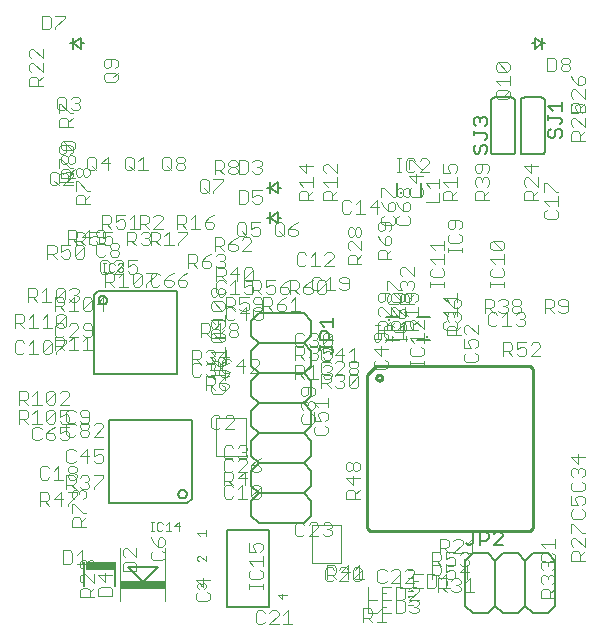
<source format=gto>
G04 EAGLE Gerber RS-274X export*
G75*
%MOMM*%
%FSLAX34Y34*%
%LPD*%
%INSilkscreen Top*%
%IPPOS*%
%AMOC8*
5,1,8,0,0,1.08239X$1,22.5*%
G01*
%ADD10C,0.101600*%
%ADD11C,0.152400*%
%ADD12C,0.076200*%
%ADD13R,3.810000X0.635000*%
%ADD14C,0.127000*%
%ADD15R,0.250000X0.225000*%
%ADD16C,0.100000*%
%ADD17C,0.203200*%
%ADD18R,2.450000X0.675000*%
%ADD19C,0.254000*%
%ADD20C,0.300000*%


D10*
X-14660Y229328D02*
X-16609Y231277D01*
X-20507Y231277D01*
X-22455Y229328D01*
X-22455Y221532D01*
X-20507Y219583D01*
X-16609Y219583D01*
X-14660Y221532D01*
X-10762Y227379D02*
X-6864Y231277D01*
X-6864Y219583D01*
X-10762Y219583D02*
X-2966Y219583D01*
X932Y221532D02*
X932Y229328D01*
X2881Y231277D01*
X6779Y231277D01*
X8728Y229328D01*
X8728Y221532D01*
X6779Y219583D01*
X2881Y219583D01*
X932Y221532D01*
X8728Y229328D01*
X12626Y231277D02*
X20422Y231277D01*
X20422Y229328D01*
X12626Y221532D01*
X12626Y219583D01*
X143373Y191936D02*
X145322Y193885D01*
X143373Y191936D02*
X143373Y188038D01*
X145322Y186089D01*
X153118Y186089D01*
X155067Y188038D01*
X155067Y191936D01*
X153118Y193885D01*
X147271Y197783D02*
X143373Y201680D01*
X155067Y201680D01*
X155067Y197783D02*
X155067Y205578D01*
X145322Y213374D02*
X143373Y217272D01*
X145322Y213374D02*
X149220Y209476D01*
X153118Y209476D01*
X155067Y211425D01*
X155067Y215323D01*
X153118Y217272D01*
X151169Y217272D01*
X149220Y215323D01*
X149220Y209476D01*
X57360Y297590D02*
X55411Y299539D01*
X51513Y299539D01*
X49564Y297590D01*
X49564Y289794D01*
X51513Y287846D01*
X55411Y287846D01*
X57360Y289794D01*
X61258Y287846D02*
X69053Y287846D01*
X61258Y287846D02*
X69053Y295641D01*
X69053Y297590D01*
X67104Y299539D01*
X63206Y299539D01*
X61258Y297590D01*
X72951Y299539D02*
X80747Y299539D01*
X72951Y299539D02*
X72951Y293692D01*
X76849Y295641D01*
X78798Y295641D01*
X80747Y293692D01*
X80747Y289794D01*
X78798Y287846D01*
X74900Y287846D01*
X72951Y289794D01*
X-1740Y158252D02*
X210Y156303D01*
X-1740Y158252D02*
X-5638Y158252D01*
X-7586Y156303D01*
X-7586Y148507D01*
X-5638Y146558D01*
X-1740Y146558D01*
X210Y148507D01*
X8005Y156303D02*
X11903Y158252D01*
X8005Y156303D02*
X4108Y152405D01*
X4108Y148507D01*
X6056Y146558D01*
X9954Y146558D01*
X11903Y148507D01*
X11903Y150456D01*
X9954Y152405D01*
X4108Y152405D01*
X15801Y158252D02*
X23597Y158252D01*
X15801Y158252D02*
X15801Y152405D01*
X19699Y154354D01*
X21648Y154354D01*
X23597Y152405D01*
X23597Y148507D01*
X21648Y146558D01*
X17750Y146558D01*
X15801Y148507D01*
X100222Y286478D02*
X98273Y288427D01*
X94375Y288427D01*
X92426Y286478D01*
X92426Y278682D01*
X94375Y276733D01*
X98273Y276733D01*
X100222Y278682D01*
X108018Y286478D02*
X111916Y288427D01*
X108018Y286478D02*
X104120Y282580D01*
X104120Y278682D01*
X106069Y276733D01*
X109967Y276733D01*
X111916Y278682D01*
X111916Y280631D01*
X109967Y282580D01*
X104120Y282580D01*
X119712Y286478D02*
X123610Y288427D01*
X119712Y286478D02*
X115814Y282580D01*
X115814Y278682D01*
X117763Y276733D01*
X121661Y276733D01*
X123610Y278682D01*
X123610Y280631D01*
X121661Y282580D01*
X115814Y282580D01*
X18395Y53477D02*
X18395Y41783D01*
X24242Y41783D01*
X26191Y43732D01*
X26191Y51528D01*
X24242Y53477D01*
X18395Y53477D01*
X30089Y49579D02*
X33987Y53477D01*
X33987Y41783D01*
X30089Y41783D02*
X37885Y41783D01*
X-19280Y176721D02*
X-19280Y188414D01*
X-13434Y188414D01*
X-11485Y186465D01*
X-11485Y182567D01*
X-13434Y180618D01*
X-19280Y180618D01*
X-15383Y180618D02*
X-11485Y176721D01*
X-7587Y184516D02*
X-3689Y188414D01*
X-3689Y176721D01*
X-7587Y176721D02*
X209Y176721D01*
X4107Y178669D02*
X4107Y186465D01*
X6056Y188414D01*
X9954Y188414D01*
X11903Y186465D01*
X11903Y178669D01*
X9954Y176721D01*
X6056Y176721D01*
X4107Y178669D01*
X11903Y186465D01*
X15801Y176721D02*
X23597Y176721D01*
X23597Y184516D02*
X15801Y176721D01*
X23597Y184516D02*
X23597Y186465D01*
X21648Y188414D01*
X17750Y188414D01*
X15801Y186465D01*
X-11343Y264033D02*
X-11343Y275727D01*
X-5496Y275727D01*
X-3547Y273778D01*
X-3547Y269880D01*
X-5496Y267931D01*
X-11343Y267931D01*
X-7445Y267931D02*
X-3547Y264033D01*
X351Y271829D02*
X4249Y275727D01*
X4249Y264033D01*
X351Y264033D02*
X8147Y264033D01*
X12045Y265982D02*
X12045Y273778D01*
X13994Y275727D01*
X17892Y275727D01*
X19841Y273778D01*
X19841Y265982D01*
X17892Y264033D01*
X13994Y264033D01*
X12045Y265982D01*
X19841Y273778D01*
X23739Y273778D02*
X25688Y275727D01*
X29586Y275727D01*
X31535Y273778D01*
X31535Y271829D01*
X29586Y269880D01*
X27637Y269880D01*
X29586Y269880D02*
X31535Y267931D01*
X31535Y265982D01*
X29586Y264033D01*
X25688Y264033D01*
X23739Y265982D01*
X11621Y267789D02*
X11621Y256096D01*
X11621Y267789D02*
X17467Y267789D01*
X19416Y265840D01*
X19416Y261942D01*
X17467Y259993D01*
X11621Y259993D01*
X15518Y259993D02*
X19416Y256096D01*
X23314Y263891D02*
X27212Y267789D01*
X27212Y256096D01*
X23314Y256096D02*
X31110Y256096D01*
X35008Y258044D02*
X35008Y265840D01*
X36957Y267789D01*
X40855Y267789D01*
X42804Y265840D01*
X42804Y258044D01*
X40855Y256096D01*
X36957Y256096D01*
X35008Y258044D01*
X42804Y265840D01*
X52549Y267789D02*
X52549Y256096D01*
X46702Y261942D02*
X52549Y267789D01*
X54498Y261942D02*
X46702Y261942D01*
X-19280Y172539D02*
X-19280Y160846D01*
X-19280Y172539D02*
X-13434Y172539D01*
X-11485Y170590D01*
X-11485Y166692D01*
X-13434Y164743D01*
X-19280Y164743D01*
X-15383Y164743D02*
X-11485Y160846D01*
X-7587Y168641D02*
X-3689Y172539D01*
X-3689Y160846D01*
X-7587Y160846D02*
X209Y160846D01*
X4107Y162794D02*
X4107Y170590D01*
X6056Y172539D01*
X9954Y172539D01*
X11903Y170590D01*
X11903Y162794D01*
X9954Y160846D01*
X6056Y160846D01*
X4107Y162794D01*
X11903Y170590D01*
X15801Y172539D02*
X23597Y172539D01*
X15801Y172539D02*
X15801Y166692D01*
X19699Y168641D01*
X21648Y168641D01*
X23597Y166692D01*
X23597Y162794D01*
X21648Y160846D01*
X17750Y160846D01*
X15801Y162794D01*
X53745Y276733D02*
X53745Y288427D01*
X59592Y288427D01*
X61541Y286478D01*
X61541Y282580D01*
X59592Y280631D01*
X53745Y280631D01*
X57643Y280631D02*
X61541Y276733D01*
X65439Y284529D02*
X69336Y288427D01*
X69336Y276733D01*
X65439Y276733D02*
X73234Y276733D01*
X77132Y278682D02*
X77132Y286478D01*
X79081Y288427D01*
X82979Y288427D01*
X84928Y286478D01*
X84928Y278682D01*
X82979Y276733D01*
X79081Y276733D01*
X77132Y278682D01*
X84928Y286478D01*
X88826Y288427D02*
X96622Y288427D01*
X96622Y286478D01*
X88826Y278682D01*
X88826Y276733D01*
X143373Y233132D02*
X155067Y233132D01*
X143373Y233132D02*
X143373Y238979D01*
X145322Y240928D01*
X149220Y240928D01*
X151169Y238979D01*
X151169Y233132D01*
X151169Y237030D02*
X155067Y240928D01*
X147271Y244826D02*
X143373Y248724D01*
X155067Y248724D01*
X155067Y244826D02*
X155067Y252622D01*
X153118Y256520D02*
X145322Y256520D01*
X143373Y258469D01*
X143373Y262367D01*
X145322Y264316D01*
X153118Y264316D01*
X155067Y262367D01*
X155067Y258469D01*
X153118Y256520D01*
X145322Y264316D01*
X145322Y268214D02*
X143373Y270163D01*
X143373Y274061D01*
X145322Y276010D01*
X147271Y276010D01*
X149220Y274061D01*
X151169Y276010D01*
X153118Y276010D01*
X155067Y274061D01*
X155067Y270163D01*
X153118Y268214D01*
X151169Y268214D01*
X149220Y270163D01*
X147271Y268214D01*
X145322Y268214D01*
X149220Y270163D02*
X149220Y274061D01*
X155067Y206145D02*
X143373Y206145D01*
X143373Y211992D01*
X145322Y213941D01*
X149220Y213941D01*
X151169Y211992D01*
X151169Y206145D01*
X151169Y210043D02*
X155067Y213941D01*
X147271Y217839D02*
X143373Y221736D01*
X155067Y221736D01*
X155067Y217839D02*
X155067Y225634D01*
X153118Y229532D02*
X145322Y229532D01*
X143373Y231481D01*
X143373Y235379D01*
X145322Y237328D01*
X153118Y237328D01*
X155067Y235379D01*
X155067Y231481D01*
X153118Y229532D01*
X145322Y237328D01*
X153118Y241226D02*
X155067Y243175D01*
X155067Y247073D01*
X153118Y249022D01*
X145322Y249022D01*
X143373Y247073D01*
X143373Y243175D01*
X145322Y241226D01*
X147271Y241226D01*
X149220Y243175D01*
X149220Y249022D01*
X-22455Y253502D02*
X-22455Y241808D01*
X-22455Y253502D02*
X-16609Y253502D01*
X-14660Y251553D01*
X-14660Y247655D01*
X-16609Y245706D01*
X-22455Y245706D01*
X-18558Y245706D02*
X-14660Y241808D01*
X-10762Y249604D02*
X-6864Y253502D01*
X-6864Y241808D01*
X-10762Y241808D02*
X-2966Y241808D01*
X932Y249604D02*
X4830Y253502D01*
X4830Y241808D01*
X932Y241808D02*
X8728Y241808D01*
X12626Y243757D02*
X12626Y251553D01*
X14575Y253502D01*
X18473Y253502D01*
X20422Y251553D01*
X20422Y243757D01*
X18473Y241808D01*
X14575Y241808D01*
X12626Y243757D01*
X20422Y251553D01*
X25898Y73533D02*
X37592Y73533D01*
X25898Y73533D02*
X25898Y79380D01*
X27847Y81329D01*
X31745Y81329D01*
X33694Y79380D01*
X33694Y73533D01*
X33694Y77431D02*
X37592Y81329D01*
X25898Y85227D02*
X25898Y93023D01*
X27847Y93023D01*
X35643Y85227D01*
X37592Y85227D01*
X27847Y96921D02*
X25898Y98870D01*
X25898Y102768D01*
X27847Y104717D01*
X29796Y104717D01*
X31745Y102768D01*
X31745Y100819D01*
X31745Y102768D02*
X33694Y104717D01*
X35643Y104717D01*
X37592Y102768D01*
X37592Y98870D01*
X35643Y96921D01*
X40767Y346426D02*
X29073Y346426D01*
X29073Y352273D01*
X31022Y354222D01*
X34920Y354222D01*
X36869Y352273D01*
X36869Y346426D01*
X36869Y350324D02*
X40767Y354222D01*
X29073Y358120D02*
X29073Y365916D01*
X31022Y365916D01*
X38818Y358120D01*
X40767Y358120D01*
X31022Y369814D02*
X29073Y371763D01*
X29073Y375661D01*
X31022Y377610D01*
X32971Y377610D01*
X34920Y375661D01*
X36869Y377610D01*
X38818Y377610D01*
X40767Y375661D01*
X40767Y371763D01*
X38818Y369814D01*
X36869Y369814D01*
X34920Y371763D01*
X32971Y369814D01*
X31022Y369814D01*
X34920Y371763D02*
X34920Y375661D01*
X26480Y365476D02*
X14786Y365476D01*
X14786Y371323D01*
X16735Y373272D01*
X20633Y373272D01*
X22582Y371323D01*
X22582Y365476D01*
X22582Y369374D02*
X26480Y373272D01*
X14786Y377170D02*
X14786Y384966D01*
X16735Y384966D01*
X24531Y377170D01*
X26480Y377170D01*
X24531Y388864D02*
X26480Y390813D01*
X26480Y394711D01*
X24531Y396660D01*
X16735Y396660D01*
X14786Y394711D01*
X14786Y390813D01*
X16735Y388864D01*
X18684Y388864D01*
X20633Y390813D01*
X20633Y396660D01*
X16373Y368808D02*
X28067Y368808D01*
X16373Y368808D02*
X16373Y374655D01*
X18322Y376604D01*
X22220Y376604D01*
X24169Y374655D01*
X24169Y368808D01*
X24169Y372706D02*
X28067Y376604D01*
X18322Y380502D02*
X16373Y382451D01*
X16373Y386349D01*
X18322Y388298D01*
X20271Y388298D01*
X22220Y386349D01*
X24169Y388298D01*
X26118Y388298D01*
X28067Y386349D01*
X28067Y382451D01*
X26118Y380502D01*
X24169Y380502D01*
X22220Y382451D01*
X20271Y380502D01*
X18322Y380502D01*
X22220Y382451D02*
X22220Y386349D01*
X26118Y392196D02*
X18322Y392196D01*
X16373Y394145D01*
X16373Y398043D01*
X18322Y399992D01*
X26118Y399992D01*
X28067Y398043D01*
X28067Y394145D01*
X26118Y392196D01*
X18322Y399992D01*
D11*
X114425Y273175D02*
X114425Y203075D01*
X44325Y203075D01*
X44325Y269625D01*
X47875Y273175D02*
X114425Y273175D01*
X47875Y273175D02*
X44325Y269625D01*
X48351Y265557D02*
X48353Y265676D01*
X48359Y265796D01*
X48369Y265915D01*
X48383Y266033D01*
X48401Y266151D01*
X48422Y266269D01*
X48448Y266385D01*
X48477Y266501D01*
X48511Y266616D01*
X48548Y266729D01*
X48589Y266841D01*
X48633Y266952D01*
X48681Y267062D01*
X48733Y267169D01*
X48788Y267275D01*
X48847Y267379D01*
X48910Y267481D01*
X48975Y267580D01*
X49044Y267678D01*
X49116Y267773D01*
X49191Y267866D01*
X49270Y267956D01*
X49351Y268044D01*
X49435Y268128D01*
X49522Y268210D01*
X49611Y268289D01*
X49703Y268365D01*
X49798Y268438D01*
X49895Y268508D01*
X49994Y268574D01*
X50096Y268637D01*
X50199Y268697D01*
X50304Y268753D01*
X50411Y268806D01*
X50520Y268855D01*
X50631Y268901D01*
X50743Y268942D01*
X50856Y268980D01*
X50970Y269015D01*
X51086Y269045D01*
X51202Y269072D01*
X51319Y269094D01*
X51437Y269113D01*
X51556Y269128D01*
X51675Y269139D01*
X51794Y269146D01*
X51913Y269149D01*
X52033Y269148D01*
X52152Y269143D01*
X52271Y269134D01*
X52390Y269121D01*
X52508Y269104D01*
X52625Y269084D01*
X52742Y269059D01*
X52858Y269030D01*
X52973Y268998D01*
X53087Y268962D01*
X53200Y268922D01*
X53311Y268878D01*
X53420Y268831D01*
X53528Y268780D01*
X53635Y268726D01*
X53739Y268668D01*
X53841Y268606D01*
X53942Y268542D01*
X54040Y268473D01*
X54136Y268402D01*
X54229Y268328D01*
X54320Y268250D01*
X54408Y268170D01*
X54493Y268086D01*
X54576Y268000D01*
X54656Y267911D01*
X54733Y267820D01*
X54806Y267726D01*
X54877Y267629D01*
X54944Y267531D01*
X55008Y267430D01*
X55069Y267327D01*
X55126Y267222D01*
X55179Y267116D01*
X55229Y267007D01*
X55276Y266897D01*
X55318Y266786D01*
X55357Y266673D01*
X55393Y266559D01*
X55424Y266443D01*
X55451Y266327D01*
X55475Y266210D01*
X55495Y266092D01*
X55511Y265974D01*
X55523Y265855D01*
X55531Y265736D01*
X55535Y265617D01*
X55535Y265497D01*
X55531Y265378D01*
X55523Y265259D01*
X55511Y265140D01*
X55495Y265022D01*
X55475Y264904D01*
X55451Y264787D01*
X55424Y264671D01*
X55393Y264555D01*
X55357Y264441D01*
X55318Y264328D01*
X55276Y264217D01*
X55229Y264107D01*
X55179Y263998D01*
X55126Y263892D01*
X55069Y263787D01*
X55008Y263684D01*
X54944Y263583D01*
X54877Y263485D01*
X54806Y263388D01*
X54733Y263294D01*
X54656Y263203D01*
X54576Y263114D01*
X54493Y263028D01*
X54408Y262944D01*
X54320Y262864D01*
X54229Y262786D01*
X54136Y262712D01*
X54040Y262641D01*
X53942Y262572D01*
X53841Y262508D01*
X53739Y262446D01*
X53635Y262388D01*
X53528Y262334D01*
X53420Y262283D01*
X53311Y262236D01*
X53200Y262192D01*
X53087Y262152D01*
X52973Y262116D01*
X52858Y262084D01*
X52742Y262055D01*
X52625Y262030D01*
X52508Y262010D01*
X52390Y261993D01*
X52271Y261980D01*
X52152Y261971D01*
X52033Y261966D01*
X51913Y261965D01*
X51794Y261968D01*
X51675Y261975D01*
X51556Y261986D01*
X51437Y262001D01*
X51319Y262020D01*
X51202Y262042D01*
X51086Y262069D01*
X50970Y262099D01*
X50856Y262134D01*
X50743Y262172D01*
X50631Y262213D01*
X50520Y262259D01*
X50411Y262308D01*
X50304Y262361D01*
X50199Y262417D01*
X50096Y262477D01*
X49994Y262540D01*
X49895Y262606D01*
X49798Y262676D01*
X49703Y262749D01*
X49611Y262825D01*
X49522Y262904D01*
X49435Y262986D01*
X49351Y263070D01*
X49270Y263158D01*
X49191Y263248D01*
X49116Y263341D01*
X49044Y263436D01*
X48975Y263534D01*
X48910Y263633D01*
X48847Y263735D01*
X48788Y263839D01*
X48733Y263945D01*
X48681Y264052D01*
X48633Y264162D01*
X48589Y264273D01*
X48548Y264385D01*
X48511Y264498D01*
X48477Y264613D01*
X48448Y264729D01*
X48422Y264845D01*
X48401Y264963D01*
X48383Y265081D01*
X48369Y265199D01*
X48359Y265318D01*
X48353Y265438D01*
X48351Y265557D01*
D12*
X52070Y289306D02*
X54527Y289306D01*
X53299Y289306D02*
X53299Y296678D01*
X54527Y296678D02*
X52070Y296678D01*
X60746Y296678D02*
X61974Y295450D01*
X60746Y296678D02*
X58288Y296678D01*
X57059Y295450D01*
X57059Y290535D01*
X58288Y289306D01*
X60746Y289306D01*
X61974Y290535D01*
X64544Y295450D02*
X65772Y296678D01*
X68230Y296678D01*
X69458Y295450D01*
X69458Y294221D01*
X68230Y292992D01*
X67001Y292992D01*
X68230Y292992D02*
X69458Y291763D01*
X69458Y290535D01*
X68230Y289306D01*
X65772Y289306D01*
X64544Y290535D01*
D10*
X149655Y167777D02*
X151604Y165828D01*
X149655Y167777D02*
X145757Y167777D01*
X143808Y165828D01*
X143808Y158032D01*
X145757Y156083D01*
X149655Y156083D01*
X151604Y158032D01*
X155502Y156083D02*
X163297Y156083D01*
X155502Y156083D02*
X163297Y163879D01*
X163297Y165828D01*
X161348Y167777D01*
X157450Y167777D01*
X155502Y165828D01*
X160342Y142377D02*
X162291Y140428D01*
X160342Y142377D02*
X156444Y142377D01*
X154496Y140428D01*
X154496Y132632D01*
X156444Y130683D01*
X160342Y130683D01*
X162291Y132632D01*
X166189Y140428D02*
X168138Y142377D01*
X172036Y142377D01*
X173985Y140428D01*
X173985Y138479D01*
X172036Y136530D01*
X170087Y136530D01*
X172036Y136530D02*
X173985Y134581D01*
X173985Y132632D01*
X172036Y130683D01*
X168138Y130683D01*
X166189Y132632D01*
X162291Y129315D02*
X160342Y131264D01*
X156444Y131264D01*
X154496Y129315D01*
X154496Y121519D01*
X156444Y119571D01*
X160342Y119571D01*
X162291Y121519D01*
X166189Y119571D02*
X173985Y119571D01*
X173985Y127366D02*
X166189Y119571D01*
X173985Y127366D02*
X173985Y129315D01*
X172036Y131264D01*
X168138Y131264D01*
X166189Y129315D01*
X181781Y129315D02*
X185679Y131264D01*
X181781Y129315D02*
X177883Y125417D01*
X177883Y121519D01*
X179832Y119571D01*
X183730Y119571D01*
X185679Y121519D01*
X185679Y123468D01*
X183730Y125417D01*
X177883Y125417D01*
X11621Y222758D02*
X11621Y234452D01*
X17467Y234452D01*
X19416Y232503D01*
X19416Y228605D01*
X17467Y226656D01*
X11621Y226656D01*
X15518Y226656D02*
X19416Y222758D01*
X23314Y230554D02*
X27212Y234452D01*
X27212Y222758D01*
X23314Y222758D02*
X31110Y222758D01*
X35008Y230554D02*
X38906Y234452D01*
X38906Y222758D01*
X35008Y222758D02*
X42804Y222758D01*
X26992Y161427D02*
X28941Y159478D01*
X26992Y161427D02*
X23094Y161427D01*
X21146Y159478D01*
X21146Y151682D01*
X23094Y149733D01*
X26992Y149733D01*
X28941Y151682D01*
X32839Y159478D02*
X34788Y161427D01*
X38686Y161427D01*
X40635Y159478D01*
X40635Y157529D01*
X38686Y155580D01*
X40635Y153631D01*
X40635Y151682D01*
X38686Y149733D01*
X34788Y149733D01*
X32839Y151682D01*
X32839Y153631D01*
X34788Y155580D01*
X32839Y157529D01*
X32839Y159478D01*
X34788Y155580D02*
X38686Y155580D01*
X44533Y149733D02*
X52329Y149733D01*
X44533Y149733D02*
X52329Y157529D01*
X52329Y159478D01*
X50380Y161427D01*
X46482Y161427D01*
X44533Y159478D01*
X26992Y139202D02*
X28941Y137253D01*
X26992Y139202D02*
X23094Y139202D01*
X21146Y137253D01*
X21146Y129457D01*
X23094Y127508D01*
X26992Y127508D01*
X28941Y129457D01*
X38686Y127508D02*
X38686Y139202D01*
X32839Y133355D01*
X40635Y133355D01*
X44533Y139202D02*
X52329Y139202D01*
X44533Y139202D02*
X44533Y133355D01*
X48431Y135304D01*
X50380Y135304D01*
X52329Y133355D01*
X52329Y129457D01*
X50380Y127508D01*
X46482Y127508D01*
X44533Y129457D01*
X6560Y122965D02*
X4611Y124914D01*
X713Y124914D01*
X-1236Y122965D01*
X-1236Y115169D01*
X713Y113221D01*
X4611Y113221D01*
X6560Y115169D01*
X10458Y121016D02*
X14355Y124914D01*
X14355Y113221D01*
X10458Y113221D02*
X18253Y113221D01*
X22151Y122965D02*
X24100Y124914D01*
X27998Y124914D01*
X29947Y122965D01*
X29947Y121016D01*
X27998Y119067D01*
X29947Y117118D01*
X29947Y115169D01*
X27998Y113221D01*
X24100Y113221D01*
X22151Y115169D01*
X22151Y117118D01*
X24100Y119067D01*
X22151Y121016D01*
X22151Y122965D01*
X24100Y119067D02*
X27998Y119067D01*
X290361Y37602D02*
X292310Y35653D01*
X290361Y37602D02*
X286463Y37602D01*
X284514Y35653D01*
X284514Y27857D01*
X286463Y25908D01*
X290361Y25908D01*
X292310Y27857D01*
X296208Y25908D02*
X304003Y25908D01*
X296208Y25908D02*
X304003Y33704D01*
X304003Y35653D01*
X302054Y37602D01*
X298156Y37602D01*
X296208Y35653D01*
X307901Y25908D02*
X315697Y25908D01*
X307901Y25908D02*
X315697Y33704D01*
X315697Y35653D01*
X313748Y37602D01*
X309850Y37602D01*
X307901Y35653D01*
X104925Y55738D02*
X104925Y10938D01*
X66525Y10938D02*
X66525Y55738D01*
D13*
X85725Y23813D03*
D14*
X85725Y26988D02*
X98425Y39688D01*
X73025Y39688D01*
X85725Y26988D01*
D10*
X59817Y14796D02*
X48123Y14796D01*
X59817Y14796D02*
X59817Y20642D01*
X57868Y22591D01*
X50072Y22591D01*
X48123Y20642D01*
X48123Y14796D01*
X48123Y32336D02*
X59817Y32336D01*
X53970Y26489D02*
X48123Y32336D01*
X53970Y34285D02*
X53970Y26489D01*
X272395Y4264D02*
X272395Y-7430D01*
X272395Y4264D02*
X278242Y4264D01*
X280191Y2315D01*
X280191Y-1583D01*
X278242Y-3532D01*
X272395Y-3532D01*
X276293Y-3532D02*
X280191Y-7430D01*
X284089Y366D02*
X287987Y4264D01*
X287987Y-7430D01*
X284089Y-7430D02*
X291885Y-7430D01*
X310738Y14613D02*
X314738Y14613D01*
X314738Y7613D02*
X310738Y7613D01*
D15*
X311488Y13988D03*
D10*
X303246Y21621D02*
X303246Y33314D01*
X303246Y21621D02*
X311041Y21621D01*
X314939Y33314D02*
X322735Y33314D01*
X314939Y33314D02*
X314939Y21621D01*
X322735Y21621D01*
X318837Y27467D02*
X314939Y27467D01*
X326633Y21621D02*
X326633Y33314D01*
X326633Y21621D02*
X332480Y21621D01*
X334429Y23569D01*
X334429Y31365D01*
X332480Y33314D01*
X326633Y33314D01*
X338327Y29416D02*
X342225Y33314D01*
X342225Y21621D01*
X338327Y21621D02*
X346123Y21621D01*
X44655Y14001D02*
X32961Y14001D01*
X32961Y19848D01*
X34910Y21797D01*
X38808Y21797D01*
X40757Y19848D01*
X40757Y14001D01*
X40757Y17899D02*
X44655Y21797D01*
X44655Y25695D02*
X44655Y33491D01*
X44655Y25695D02*
X36859Y33491D01*
X34910Y33491D01*
X32961Y31542D01*
X32961Y27644D01*
X34910Y25695D01*
X34910Y37389D02*
X32961Y39338D01*
X32961Y43236D01*
X34910Y45185D01*
X36859Y45185D01*
X38808Y43236D01*
X38808Y41287D01*
X38808Y43236D02*
X40757Y45185D01*
X42706Y45185D01*
X44655Y43236D01*
X44655Y39338D01*
X42706Y37389D01*
X54341Y311878D02*
X52392Y313827D01*
X48494Y313827D01*
X46546Y311878D01*
X46546Y304082D01*
X48494Y302133D01*
X52392Y302133D01*
X54341Y304082D01*
X58239Y311878D02*
X60188Y313827D01*
X64086Y313827D01*
X66035Y311878D01*
X66035Y309929D01*
X64086Y307980D01*
X66035Y306031D01*
X66035Y304082D01*
X64086Y302133D01*
X60188Y302133D01*
X58239Y304082D01*
X58239Y306031D01*
X60188Y307980D01*
X58239Y309929D01*
X58239Y311878D01*
X60188Y307980D02*
X64086Y307980D01*
X26992Y172539D02*
X28941Y170590D01*
X26992Y172539D02*
X23094Y172539D01*
X21146Y170590D01*
X21146Y162794D01*
X23094Y160846D01*
X26992Y160846D01*
X28941Y162794D01*
X32839Y162794D02*
X34788Y160846D01*
X38686Y160846D01*
X40635Y162794D01*
X40635Y170590D01*
X38686Y172539D01*
X34788Y172539D01*
X32839Y170590D01*
X32839Y168641D01*
X34788Y166692D01*
X40635Y166692D01*
X154496Y120152D02*
X154496Y108458D01*
X154496Y120152D02*
X160342Y120152D01*
X162291Y118203D01*
X162291Y114305D01*
X160342Y112356D01*
X154496Y112356D01*
X158393Y112356D02*
X162291Y108458D01*
X172036Y108458D02*
X172036Y120152D01*
X166189Y114305D01*
X173985Y114305D01*
X162291Y107090D02*
X160342Y109039D01*
X156444Y109039D01*
X154496Y107090D01*
X154496Y99294D01*
X156444Y97346D01*
X160342Y97346D01*
X162291Y99294D01*
X166189Y105141D02*
X170087Y109039D01*
X170087Y97346D01*
X166189Y97346D02*
X173985Y97346D01*
X177883Y99294D02*
X177883Y107090D01*
X179832Y109039D01*
X183730Y109039D01*
X185679Y107090D01*
X185679Y99294D01*
X183730Y97346D01*
X179832Y97346D01*
X177883Y99294D01*
X185679Y107090D01*
D16*
X172838Y133225D02*
X172838Y165225D01*
X147838Y165225D02*
X147838Y133225D01*
X147838Y165225D02*
X172838Y165225D01*
X172838Y133225D02*
X147838Y133225D01*
D10*
X132622Y18254D02*
X130673Y16305D01*
X130673Y12407D01*
X132622Y10458D01*
X140418Y10458D01*
X142367Y12407D01*
X142367Y16305D01*
X140418Y18254D01*
X142367Y27998D02*
X130673Y27998D01*
X136520Y22152D01*
X136520Y29947D01*
X94522Y52754D02*
X92573Y50805D01*
X92573Y46907D01*
X94522Y44958D01*
X102318Y44958D01*
X104267Y46907D01*
X104267Y50805D01*
X102318Y52754D01*
X94522Y60550D02*
X92573Y64448D01*
X94522Y60550D02*
X98420Y56652D01*
X102318Y56652D01*
X104267Y58601D01*
X104267Y62499D01*
X102318Y64448D01*
X100369Y64448D01*
X98420Y62499D01*
X98420Y56652D01*
D17*
X62213Y43688D02*
X62213Y23088D01*
X36213Y23088D02*
X36213Y43688D01*
D18*
X49213Y40613D03*
D10*
X68761Y35858D02*
X80455Y35858D01*
X80455Y41705D01*
X78506Y43654D01*
X70710Y43654D01*
X68761Y41705D01*
X68761Y35858D01*
X80455Y47552D02*
X80455Y55347D01*
X80455Y47552D02*
X72659Y55347D01*
X70710Y55347D01*
X68761Y53398D01*
X68761Y49500D01*
X70710Y47552D01*
X13208Y427907D02*
X13208Y435703D01*
X15157Y437652D01*
X19055Y437652D01*
X21004Y435703D01*
X21004Y427907D01*
X19055Y425958D01*
X15157Y425958D01*
X13208Y427907D01*
X17106Y429856D02*
X21004Y425958D01*
X24902Y435703D02*
X26851Y437652D01*
X30749Y437652D01*
X32698Y435703D01*
X32698Y433754D01*
X30749Y431805D01*
X28800Y431805D01*
X30749Y431805D02*
X32698Y429856D01*
X32698Y427907D01*
X30749Y425958D01*
X26851Y425958D01*
X24902Y427907D01*
X139045Y201114D02*
X139045Y189421D01*
X139045Y201114D02*
X144892Y201114D01*
X146841Y199165D01*
X146841Y195267D01*
X144892Y193318D01*
X139045Y193318D01*
X142943Y193318D02*
X146841Y189421D01*
X154637Y199165D02*
X158535Y201114D01*
X154637Y199165D02*
X150739Y195267D01*
X150739Y191369D01*
X152688Y189421D01*
X156586Y189421D01*
X158535Y191369D01*
X158535Y193318D01*
X156586Y195267D01*
X150739Y195267D01*
X214664Y198946D02*
X214664Y210639D01*
X220511Y210639D01*
X222460Y208690D01*
X222460Y204792D01*
X220511Y202843D01*
X214664Y202843D01*
X218562Y202843D02*
X222460Y198946D01*
X226358Y206741D02*
X230255Y210639D01*
X230255Y198946D01*
X226358Y198946D02*
X234153Y198946D01*
X238051Y208690D02*
X240000Y210639D01*
X243898Y210639D01*
X245847Y208690D01*
X245847Y206741D01*
X243898Y204792D01*
X241949Y204792D01*
X243898Y204792D02*
X245847Y202843D01*
X245847Y200894D01*
X243898Y198946D01*
X240000Y198946D01*
X238051Y200894D01*
X135289Y233871D02*
X135289Y245564D01*
X141136Y245564D01*
X143085Y243615D01*
X143085Y239717D01*
X141136Y237768D01*
X135289Y237768D01*
X139187Y237768D02*
X143085Y233871D01*
X146983Y241666D02*
X150880Y245564D01*
X150880Y233871D01*
X146983Y233871D02*
X154778Y233871D01*
X158676Y243615D02*
X160625Y245564D01*
X164523Y245564D01*
X166472Y243615D01*
X166472Y241666D01*
X164523Y239717D01*
X166472Y237768D01*
X166472Y235819D01*
X164523Y233871D01*
X160625Y233871D01*
X158676Y235819D01*
X158676Y237768D01*
X160625Y239717D01*
X158676Y241666D01*
X158676Y243615D01*
X160625Y239717D02*
X164523Y239717D01*
X237046Y202702D02*
X237046Y191008D01*
X237046Y202702D02*
X242892Y202702D01*
X244841Y200753D01*
X244841Y196855D01*
X242892Y194906D01*
X237046Y194906D01*
X240943Y194906D02*
X244841Y191008D01*
X248739Y200753D02*
X250688Y202702D01*
X254586Y202702D01*
X256535Y200753D01*
X256535Y198804D01*
X254586Y196855D01*
X252637Y196855D01*
X254586Y196855D02*
X256535Y194906D01*
X256535Y192957D01*
X254586Y191008D01*
X250688Y191008D01*
X248739Y192957D01*
X260433Y192957D02*
X260433Y200753D01*
X262382Y202702D01*
X266280Y202702D01*
X268229Y200753D01*
X268229Y192957D01*
X266280Y191008D01*
X262382Y191008D01*
X260433Y192957D01*
X268229Y200753D01*
X244841Y211865D02*
X242892Y213814D01*
X238994Y213814D01*
X237046Y211865D01*
X237046Y204069D01*
X238994Y202121D01*
X242892Y202121D01*
X244841Y204069D01*
X248739Y202121D02*
X256535Y202121D01*
X256535Y209916D02*
X248739Y202121D01*
X256535Y209916D02*
X256535Y211865D01*
X254586Y213814D01*
X250688Y213814D01*
X248739Y211865D01*
X260433Y211865D02*
X262382Y213814D01*
X266280Y213814D01*
X268229Y211865D01*
X268229Y209916D01*
X266280Y207967D01*
X268229Y206018D01*
X268229Y204069D01*
X266280Y202121D01*
X262382Y202121D01*
X260433Y204069D01*
X260433Y206018D01*
X262382Y207967D01*
X260433Y209916D01*
X260433Y211865D01*
X262382Y207967D02*
X266280Y207967D01*
X222460Y235678D02*
X220511Y237627D01*
X216613Y237627D01*
X214664Y235678D01*
X214664Y227882D01*
X216613Y225933D01*
X220511Y225933D01*
X222460Y227882D01*
X226358Y235678D02*
X228306Y237627D01*
X232204Y237627D01*
X234153Y235678D01*
X234153Y233729D01*
X232204Y231780D01*
X230255Y231780D01*
X232204Y231780D02*
X234153Y229831D01*
X234153Y227882D01*
X232204Y225933D01*
X228306Y225933D01*
X226358Y227882D01*
X238051Y227882D02*
X238051Y235678D01*
X240000Y237627D01*
X243898Y237627D01*
X245847Y235678D01*
X245847Y227882D01*
X243898Y225933D01*
X240000Y225933D01*
X238051Y227882D01*
X245847Y235678D01*
X135147Y210278D02*
X133198Y212227D01*
X129300Y212227D01*
X127351Y210278D01*
X127351Y202482D01*
X129300Y200533D01*
X133198Y200533D01*
X135147Y202482D01*
X139045Y210278D02*
X140994Y212227D01*
X144892Y212227D01*
X146841Y210278D01*
X146841Y208329D01*
X144892Y206380D01*
X142943Y206380D01*
X144892Y206380D02*
X146841Y204431D01*
X146841Y202482D01*
X144892Y200533D01*
X140994Y200533D01*
X139045Y202482D01*
X154637Y210278D02*
X158535Y212227D01*
X154637Y210278D02*
X150739Y206380D01*
X150739Y202482D01*
X152688Y200533D01*
X156586Y200533D01*
X158535Y202482D01*
X158535Y204431D01*
X156586Y206380D01*
X150739Y206380D01*
X219573Y166692D02*
X221522Y168641D01*
X219573Y166692D02*
X219573Y162794D01*
X221522Y160846D01*
X229318Y160846D01*
X231267Y162794D01*
X231267Y166692D01*
X229318Y168641D01*
X221522Y172539D02*
X219573Y174488D01*
X219573Y178386D01*
X221522Y180335D01*
X223471Y180335D01*
X225420Y178386D01*
X225420Y176437D01*
X225420Y178386D02*
X227369Y180335D01*
X229318Y180335D01*
X231267Y178386D01*
X231267Y174488D01*
X229318Y172539D01*
X229318Y184233D02*
X231267Y186182D01*
X231267Y190080D01*
X229318Y192029D01*
X221522Y192029D01*
X219573Y190080D01*
X219573Y186182D01*
X221522Y184233D01*
X223471Y184233D01*
X225420Y186182D01*
X225420Y192029D01*
X163879Y257903D02*
X161930Y259852D01*
X158032Y259852D01*
X156083Y257903D01*
X156083Y250107D01*
X158032Y248158D01*
X161930Y248158D01*
X163879Y250107D01*
X173624Y248158D02*
X173624Y259852D01*
X167777Y254005D01*
X175573Y254005D01*
X179471Y250107D02*
X179471Y257903D01*
X181420Y259852D01*
X185318Y259852D01*
X187267Y257903D01*
X187267Y250107D01*
X185318Y248158D01*
X181420Y248158D01*
X179471Y250107D01*
X187267Y257903D01*
X242892Y224927D02*
X244841Y222978D01*
X242892Y224927D02*
X238994Y224927D01*
X237046Y222978D01*
X237046Y215182D01*
X238994Y213233D01*
X242892Y213233D01*
X244841Y215182D01*
X254586Y213233D02*
X254586Y224927D01*
X248739Y219080D01*
X256535Y219080D01*
X260433Y221029D02*
X264331Y224927D01*
X264331Y213233D01*
X260433Y213233D02*
X268229Y213233D01*
X160704Y213453D02*
X158755Y215402D01*
X154857Y215402D01*
X152908Y213453D01*
X152908Y205657D01*
X154857Y203708D01*
X158755Y203708D01*
X160704Y205657D01*
X170449Y203708D02*
X170449Y215402D01*
X164602Y209555D01*
X172398Y209555D01*
X176296Y203708D02*
X184092Y203708D01*
X176296Y203708D02*
X184092Y211504D01*
X184092Y213453D01*
X182143Y215402D01*
X178245Y215402D01*
X176296Y213453D01*
X127351Y211646D02*
X127351Y223339D01*
X133198Y223339D01*
X135147Y221390D01*
X135147Y217492D01*
X133198Y215543D01*
X127351Y215543D01*
X131249Y215543D02*
X135147Y211646D01*
X139045Y221390D02*
X140994Y223339D01*
X144892Y223339D01*
X146841Y221390D01*
X146841Y219441D01*
X144892Y217492D01*
X142943Y217492D01*
X144892Y217492D02*
X146841Y215543D01*
X146841Y213594D01*
X144892Y211646D01*
X140994Y211646D01*
X139045Y213594D01*
X156586Y211646D02*
X156586Y223339D01*
X150739Y217492D01*
X158535Y217492D01*
X214664Y214821D02*
X214664Y226514D01*
X220511Y226514D01*
X222460Y224565D01*
X222460Y220667D01*
X220511Y218718D01*
X214664Y218718D01*
X218562Y218718D02*
X222460Y214821D01*
X226358Y224565D02*
X228306Y226514D01*
X232204Y226514D01*
X234153Y224565D01*
X234153Y222616D01*
X232204Y220667D01*
X230255Y220667D01*
X232204Y220667D02*
X234153Y218718D01*
X234153Y216769D01*
X232204Y214821D01*
X228306Y214821D01*
X226358Y216769D01*
X238051Y226514D02*
X245847Y226514D01*
X238051Y226514D02*
X238051Y220667D01*
X241949Y222616D01*
X243898Y222616D01*
X245847Y220667D01*
X245847Y216769D01*
X243898Y214821D01*
X240000Y214821D01*
X238051Y216769D01*
X21146Y116977D02*
X21146Y105283D01*
X21146Y116977D02*
X26992Y116977D01*
X28941Y115028D01*
X28941Y111130D01*
X26992Y109181D01*
X21146Y109181D01*
X25043Y109181D02*
X28941Y105283D01*
X32839Y115028D02*
X34788Y116977D01*
X38686Y116977D01*
X40635Y115028D01*
X40635Y113079D01*
X38686Y111130D01*
X36737Y111130D01*
X38686Y111130D02*
X40635Y109181D01*
X40635Y107232D01*
X38686Y105283D01*
X34788Y105283D01*
X32839Y107232D01*
X44533Y116977D02*
X52329Y116977D01*
X52329Y115028D01*
X44533Y107232D01*
X44533Y105283D01*
X-1236Y102689D02*
X-1236Y90996D01*
X-1236Y102689D02*
X4611Y102689D01*
X6560Y100740D01*
X6560Y96842D01*
X4611Y94893D01*
X-1236Y94893D01*
X2662Y94893D02*
X6560Y90996D01*
X16304Y90996D02*
X16304Y102689D01*
X10458Y96842D01*
X18253Y96842D01*
X22151Y102689D02*
X29947Y102689D01*
X29947Y100740D01*
X22151Y92944D01*
X22151Y90996D01*
X303711Y262446D02*
X315405Y262446D01*
X303711Y262446D02*
X303711Y268292D01*
X305660Y270241D01*
X309558Y270241D01*
X311507Y268292D01*
X311507Y262446D01*
X311507Y266343D02*
X315405Y270241D01*
X305660Y274139D02*
X303711Y276088D01*
X303711Y279986D01*
X305660Y281935D01*
X307609Y281935D01*
X309558Y279986D01*
X309558Y278037D01*
X309558Y279986D02*
X311507Y281935D01*
X313456Y281935D01*
X315405Y279986D01*
X315405Y276088D01*
X313456Y274139D01*
X315405Y285833D02*
X315405Y293629D01*
X315405Y285833D02*
X307609Y293629D01*
X305660Y293629D01*
X303711Y291680D01*
X303711Y287782D01*
X305660Y285833D01*
X294547Y270241D02*
X292598Y268292D01*
X292598Y264394D01*
X294547Y262446D01*
X302343Y262446D01*
X304292Y264394D01*
X304292Y268292D01*
X302343Y270241D01*
X292598Y274139D02*
X292598Y281935D01*
X294547Y281935D01*
X302343Y274139D01*
X304292Y274139D01*
X340223Y245911D02*
X342172Y247860D01*
X340223Y245911D02*
X340223Y242013D01*
X342172Y240064D01*
X349968Y240064D01*
X351917Y242013D01*
X351917Y245911D01*
X349968Y247860D01*
X344121Y251758D02*
X340223Y255655D01*
X351917Y255655D01*
X351917Y251758D02*
X351917Y259553D01*
X344121Y263451D02*
X340223Y267349D01*
X351917Y267349D01*
X351917Y263451D02*
X351917Y271247D01*
X384180Y255089D02*
X386129Y253140D01*
X384180Y255089D02*
X380282Y255089D01*
X378333Y253140D01*
X378333Y245344D01*
X380282Y243396D01*
X384180Y243396D01*
X386129Y245344D01*
X390027Y251191D02*
X393925Y255089D01*
X393925Y243396D01*
X390027Y243396D02*
X397823Y243396D01*
X401721Y253140D02*
X403670Y255089D01*
X407568Y255089D01*
X409517Y253140D01*
X409517Y251191D01*
X407568Y249242D01*
X405619Y249242D01*
X407568Y249242D02*
X409517Y247293D01*
X409517Y245344D01*
X407568Y243396D01*
X403670Y243396D01*
X401721Y245344D01*
X450122Y111335D02*
X448173Y109386D01*
X448173Y105488D01*
X450122Y103539D01*
X457918Y103539D01*
X459867Y105488D01*
X459867Y109386D01*
X457918Y111335D01*
X450122Y115233D02*
X448173Y117181D01*
X448173Y121079D01*
X450122Y123028D01*
X452071Y123028D01*
X454020Y121079D01*
X454020Y119130D01*
X454020Y121079D02*
X455969Y123028D01*
X457918Y123028D01*
X459867Y121079D01*
X459867Y117181D01*
X457918Y115233D01*
X459867Y132773D02*
X448173Y132773D01*
X454020Y126926D01*
X454020Y134722D01*
X247860Y37240D02*
X245911Y39189D01*
X242013Y39189D01*
X240064Y37240D01*
X240064Y29444D01*
X242013Y27496D01*
X245911Y27496D01*
X247860Y29444D01*
X251758Y27496D02*
X259553Y27496D01*
X251758Y27496D02*
X259553Y35291D01*
X259553Y37240D01*
X257604Y39189D01*
X253706Y39189D01*
X251758Y37240D01*
X263451Y37240D02*
X263451Y29444D01*
X263451Y37240D02*
X265400Y39189D01*
X269298Y39189D01*
X271247Y37240D01*
X271247Y29444D01*
X269298Y27496D01*
X265400Y27496D01*
X263451Y29444D01*
X271247Y37240D01*
X222460Y75340D02*
X220511Y77289D01*
X216613Y77289D01*
X214664Y75340D01*
X214664Y67544D01*
X216613Y65596D01*
X220511Y65596D01*
X222460Y67544D01*
X226358Y65596D02*
X234153Y65596D01*
X226358Y65596D02*
X234153Y73391D01*
X234153Y75340D01*
X232204Y77289D01*
X228306Y77289D01*
X226358Y75340D01*
X238051Y75340D02*
X240000Y77289D01*
X243898Y77289D01*
X245847Y75340D01*
X245847Y73391D01*
X243898Y71442D01*
X241949Y71442D01*
X243898Y71442D02*
X245847Y69493D01*
X245847Y67544D01*
X243898Y65596D01*
X240000Y65596D01*
X238051Y67544D01*
X146558Y371983D02*
X146558Y383677D01*
X152405Y383677D01*
X154354Y381728D01*
X154354Y377830D01*
X152405Y375881D01*
X146558Y375881D01*
X150456Y375881D02*
X154354Y371983D01*
X158252Y381728D02*
X160201Y383677D01*
X164099Y383677D01*
X166048Y381728D01*
X166048Y379779D01*
X164099Y377830D01*
X166048Y375881D01*
X166048Y373932D01*
X164099Y371983D01*
X160201Y371983D01*
X158252Y373932D01*
X158252Y375881D01*
X160201Y377830D01*
X158252Y379779D01*
X158252Y381728D01*
X160201Y377830D02*
X164099Y377830D01*
X408486Y349758D02*
X420180Y349758D01*
X408486Y349758D02*
X408486Y355605D01*
X410435Y357554D01*
X414333Y357554D01*
X416282Y355605D01*
X416282Y349758D01*
X416282Y353656D02*
X420180Y357554D01*
X420180Y361452D02*
X420180Y369248D01*
X420180Y361452D02*
X412384Y369248D01*
X410435Y369248D01*
X408486Y367299D01*
X408486Y363401D01*
X410435Y361452D01*
X408486Y378993D02*
X420180Y378993D01*
X414333Y373146D02*
X408486Y378993D01*
X414333Y380942D02*
X414333Y373146D01*
X390876Y229689D02*
X390876Y217996D01*
X390876Y229689D02*
X396723Y229689D01*
X398672Y227740D01*
X398672Y223842D01*
X396723Y221893D01*
X390876Y221893D01*
X394774Y221893D02*
X398672Y217996D01*
X402570Y229689D02*
X410366Y229689D01*
X402570Y229689D02*
X402570Y223842D01*
X406468Y225791D01*
X408417Y225791D01*
X410366Y223842D01*
X410366Y219944D01*
X408417Y217996D01*
X404519Y217996D01*
X402570Y219944D01*
X414264Y217996D02*
X422060Y217996D01*
X422060Y225791D02*
X414264Y217996D01*
X422060Y225791D02*
X422060Y227740D01*
X420111Y229689D01*
X416213Y229689D01*
X414264Y227740D01*
X425958Y254508D02*
X425958Y266202D01*
X431805Y266202D01*
X433754Y264253D01*
X433754Y260355D01*
X431805Y258406D01*
X425958Y258406D01*
X429856Y258406D02*
X433754Y254508D01*
X437652Y256457D02*
X439601Y254508D01*
X443499Y254508D01*
X445448Y256457D01*
X445448Y264253D01*
X443499Y266202D01*
X439601Y266202D01*
X437652Y264253D01*
X437652Y262304D01*
X439601Y260355D01*
X445448Y260355D01*
X391922Y276733D02*
X391922Y280631D01*
X391922Y278682D02*
X380228Y278682D01*
X380228Y276733D02*
X380228Y280631D01*
X380228Y290376D02*
X382177Y292325D01*
X380228Y290376D02*
X380228Y286478D01*
X382177Y284529D01*
X389973Y284529D01*
X391922Y286478D01*
X391922Y290376D01*
X389973Y292325D01*
X384126Y296223D02*
X380228Y300121D01*
X391922Y300121D01*
X391922Y296223D02*
X391922Y304019D01*
X389973Y307917D02*
X382177Y307917D01*
X380228Y309866D01*
X380228Y313764D01*
X382177Y315713D01*
X389973Y315713D01*
X391922Y313764D01*
X391922Y309866D01*
X389973Y307917D01*
X382177Y315713D01*
X262304Y348390D02*
X260355Y350339D01*
X256457Y350339D01*
X254508Y348390D01*
X254508Y340594D01*
X256457Y338646D01*
X260355Y338646D01*
X262304Y340594D01*
X266202Y346441D02*
X270100Y350339D01*
X270100Y338646D01*
X266202Y338646D02*
X273998Y338646D01*
X283743Y338646D02*
X283743Y350339D01*
X277896Y344492D01*
X285692Y344492D01*
X250317Y349758D02*
X238623Y349758D01*
X238623Y355605D01*
X240572Y357554D01*
X244470Y357554D01*
X246419Y355605D01*
X246419Y349758D01*
X246419Y353656D02*
X250317Y357554D01*
X242521Y361452D02*
X238623Y365350D01*
X250317Y365350D01*
X250317Y361452D02*
X250317Y369248D01*
X250317Y373146D02*
X250317Y380942D01*
X250317Y373146D02*
X242521Y380942D01*
X240572Y380942D01*
X238623Y378993D01*
X238623Y375095D01*
X240572Y373146D01*
X229680Y349758D02*
X217986Y349758D01*
X217986Y355605D01*
X219935Y357554D01*
X223833Y357554D01*
X225782Y355605D01*
X225782Y349758D01*
X225782Y353656D02*
X229680Y357554D01*
X221884Y361452D02*
X217986Y365350D01*
X229680Y365350D01*
X229680Y361452D02*
X229680Y369248D01*
X229680Y378993D02*
X217986Y378993D01*
X223833Y373146D01*
X223833Y380942D01*
X311648Y358780D02*
X313597Y360729D01*
X311648Y358780D02*
X311648Y354882D01*
X313597Y352933D01*
X321393Y352933D01*
X323342Y354882D01*
X323342Y358780D01*
X321393Y360729D01*
X323342Y370474D02*
X311648Y370474D01*
X317495Y364627D01*
X317495Y372423D01*
X311648Y376321D02*
X311648Y384117D01*
X313597Y384117D01*
X321393Y376321D01*
X323342Y376321D01*
X325301Y348488D02*
X336995Y348488D01*
X336995Y356284D01*
X329199Y360182D02*
X325301Y364080D01*
X336995Y364080D01*
X336995Y360182D02*
X336995Y367978D01*
X340223Y349758D02*
X351917Y349758D01*
X340223Y349758D02*
X340223Y355605D01*
X342172Y357554D01*
X346070Y357554D01*
X348019Y355605D01*
X348019Y349758D01*
X348019Y353656D02*
X351917Y357554D01*
X344121Y361452D02*
X340223Y365350D01*
X351917Y365350D01*
X351917Y361452D02*
X351917Y369248D01*
X340223Y373146D02*
X340223Y380942D01*
X340223Y373146D02*
X346070Y373146D01*
X344121Y377044D01*
X344121Y378993D01*
X346070Y380942D01*
X349968Y380942D01*
X351917Y378993D01*
X351917Y375095D01*
X349968Y373146D01*
X155941Y280128D02*
X153992Y282077D01*
X150094Y282077D01*
X148146Y280128D01*
X148146Y272332D01*
X150094Y270383D01*
X153992Y270383D01*
X155941Y272332D01*
X159839Y278179D02*
X163737Y282077D01*
X163737Y270383D01*
X159839Y270383D02*
X167635Y270383D01*
X171533Y282077D02*
X179329Y282077D01*
X171533Y282077D02*
X171533Y276230D01*
X175431Y278179D01*
X177380Y278179D01*
X179329Y276230D01*
X179329Y272332D01*
X177380Y270383D01*
X173482Y270383D01*
X171533Y272332D01*
X343398Y235458D02*
X355092Y235458D01*
X343398Y235458D02*
X343398Y241305D01*
X345347Y243254D01*
X349245Y243254D01*
X351194Y241305D01*
X351194Y235458D01*
X351194Y239356D02*
X355092Y243254D01*
X345347Y247152D02*
X343398Y249101D01*
X343398Y252999D01*
X345347Y254948D01*
X347296Y254948D01*
X349245Y252999D01*
X349245Y251050D01*
X349245Y252999D02*
X351194Y254948D01*
X353143Y254948D01*
X355092Y252999D01*
X355092Y249101D01*
X353143Y247152D01*
X345347Y262744D02*
X343398Y266642D01*
X345347Y262744D02*
X349245Y258846D01*
X353143Y258846D01*
X355092Y260795D01*
X355092Y264693D01*
X353143Y266642D01*
X351194Y266642D01*
X349245Y264693D01*
X349245Y258846D01*
X375158Y254508D02*
X375158Y266202D01*
X381005Y266202D01*
X382954Y264253D01*
X382954Y260355D01*
X381005Y258406D01*
X375158Y258406D01*
X379056Y258406D02*
X382954Y254508D01*
X386852Y264253D02*
X388801Y266202D01*
X392699Y266202D01*
X394648Y264253D01*
X394648Y262304D01*
X392699Y260355D01*
X390750Y260355D01*
X392699Y260355D02*
X394648Y258406D01*
X394648Y256457D01*
X392699Y254508D01*
X388801Y254508D01*
X386852Y256457D01*
X398546Y264253D02*
X400495Y266202D01*
X404393Y266202D01*
X406342Y264253D01*
X406342Y262304D01*
X404393Y260355D01*
X406342Y258406D01*
X406342Y256457D01*
X404393Y254508D01*
X400495Y254508D01*
X398546Y256457D01*
X398546Y258406D01*
X400495Y260355D01*
X398546Y262304D01*
X398546Y264253D01*
X400495Y260355D02*
X404393Y260355D01*
X341122Y276733D02*
X341122Y280631D01*
X341122Y278682D02*
X329428Y278682D01*
X329428Y276733D02*
X329428Y280631D01*
X329428Y290376D02*
X331377Y292325D01*
X329428Y290376D02*
X329428Y286478D01*
X331377Y284529D01*
X339173Y284529D01*
X341122Y286478D01*
X341122Y290376D01*
X339173Y292325D01*
X333326Y296223D02*
X329428Y300121D01*
X341122Y300121D01*
X341122Y296223D02*
X341122Y304019D01*
X333326Y307917D02*
X329428Y311815D01*
X341122Y311815D01*
X341122Y307917D02*
X341122Y315713D01*
X367211Y349758D02*
X378905Y349758D01*
X367211Y349758D02*
X367211Y355605D01*
X369160Y357554D01*
X373058Y357554D01*
X375007Y355605D01*
X375007Y349758D01*
X375007Y353656D02*
X378905Y357554D01*
X369160Y361452D02*
X367211Y363401D01*
X367211Y367299D01*
X369160Y369248D01*
X371109Y369248D01*
X373058Y367299D01*
X373058Y365350D01*
X373058Y367299D02*
X375007Y369248D01*
X376956Y369248D01*
X378905Y367299D01*
X378905Y363401D01*
X376956Y361452D01*
X376956Y373146D02*
X378905Y375095D01*
X378905Y378993D01*
X376956Y380942D01*
X369160Y380942D01*
X367211Y378993D01*
X367211Y375095D01*
X369160Y373146D01*
X371109Y373146D01*
X373058Y375095D01*
X373058Y380942D01*
X148146Y293189D02*
X148146Y281496D01*
X148146Y293189D02*
X153992Y293189D01*
X155941Y291240D01*
X155941Y287342D01*
X153992Y285393D01*
X148146Y285393D01*
X152043Y285393D02*
X155941Y281496D01*
X165686Y281496D02*
X165686Y293189D01*
X159839Y287342D01*
X167635Y287342D01*
X171533Y283444D02*
X171533Y291240D01*
X173482Y293189D01*
X177380Y293189D01*
X179329Y291240D01*
X179329Y283444D01*
X177380Y281496D01*
X173482Y281496D01*
X171533Y283444D01*
X179329Y291240D01*
X284661Y300389D02*
X296355Y300389D01*
X284661Y300389D02*
X284661Y306236D01*
X286610Y308185D01*
X290508Y308185D01*
X292457Y306236D01*
X292457Y300389D01*
X292457Y304287D02*
X296355Y308185D01*
X286610Y315980D02*
X284661Y319878D01*
X286610Y315980D02*
X290508Y312083D01*
X294406Y312083D01*
X296355Y314031D01*
X296355Y317929D01*
X294406Y319878D01*
X292457Y319878D01*
X290508Y317929D01*
X290508Y312083D01*
X294406Y323776D02*
X296355Y325725D01*
X296355Y329623D01*
X294406Y331572D01*
X286610Y331572D01*
X284661Y329623D01*
X284661Y325725D01*
X286610Y323776D01*
X288559Y323776D01*
X290508Y325725D01*
X290508Y331572D01*
X287836Y334811D02*
X289785Y336760D01*
X287836Y334811D02*
X287836Y330913D01*
X289785Y328964D01*
X297581Y328964D01*
X299530Y330913D01*
X299530Y334811D01*
X297581Y336760D01*
X289785Y344555D02*
X287836Y348453D01*
X289785Y344555D02*
X293683Y340658D01*
X297581Y340658D01*
X299530Y342606D01*
X299530Y346504D01*
X297581Y348453D01*
X295632Y348453D01*
X293683Y346504D01*
X293683Y340658D01*
X287836Y352351D02*
X287836Y360147D01*
X289785Y360147D01*
X297581Y352351D01*
X299530Y352351D01*
X302485Y336760D02*
X300536Y334811D01*
X300536Y330913D01*
X302485Y328964D01*
X310281Y328964D01*
X312230Y330913D01*
X312230Y334811D01*
X310281Y336760D01*
X302485Y344555D02*
X300536Y348453D01*
X302485Y344555D02*
X306383Y340658D01*
X310281Y340658D01*
X312230Y342606D01*
X312230Y346504D01*
X310281Y348453D01*
X308332Y348453D01*
X306383Y346504D01*
X306383Y340658D01*
X302485Y352351D02*
X300536Y354300D01*
X300536Y358198D01*
X302485Y360147D01*
X304434Y360147D01*
X306383Y358198D01*
X308332Y360147D01*
X310281Y360147D01*
X312230Y358198D01*
X312230Y354300D01*
X310281Y352351D01*
X308332Y352351D01*
X306383Y354300D01*
X304434Y352351D01*
X302485Y352351D01*
X306383Y354300D02*
X306383Y358198D01*
D19*
X283575Y209700D02*
X276075Y202200D01*
X283575Y209700D02*
X413575Y209700D01*
X416075Y207200D01*
X416075Y72200D01*
X413575Y69700D01*
X278575Y69700D01*
X276075Y72200D01*
X276075Y202200D01*
X283576Y199700D02*
X283578Y199799D01*
X283584Y199899D01*
X283594Y199997D01*
X283608Y200096D01*
X283625Y200194D01*
X283647Y200291D01*
X283672Y200387D01*
X283701Y200482D01*
X283734Y200575D01*
X283771Y200668D01*
X283811Y200759D01*
X283855Y200848D01*
X283903Y200935D01*
X283953Y201021D01*
X284008Y201104D01*
X284065Y201185D01*
X284126Y201264D01*
X284189Y201340D01*
X284256Y201414D01*
X284326Y201485D01*
X284398Y201553D01*
X284473Y201618D01*
X284550Y201680D01*
X284630Y201739D01*
X284713Y201795D01*
X284797Y201847D01*
X284883Y201897D01*
X284972Y201942D01*
X285062Y201984D01*
X285153Y202023D01*
X285246Y202058D01*
X285341Y202089D01*
X285436Y202116D01*
X285533Y202139D01*
X285630Y202159D01*
X285728Y202175D01*
X285827Y202187D01*
X285926Y202195D01*
X286025Y202199D01*
X286125Y202199D01*
X286224Y202195D01*
X286323Y202187D01*
X286422Y202175D01*
X286520Y202159D01*
X286617Y202139D01*
X286714Y202116D01*
X286809Y202089D01*
X286904Y202058D01*
X286997Y202023D01*
X287088Y201984D01*
X287178Y201942D01*
X287267Y201897D01*
X287353Y201847D01*
X287437Y201795D01*
X287520Y201739D01*
X287600Y201680D01*
X287677Y201618D01*
X287752Y201553D01*
X287824Y201485D01*
X287894Y201414D01*
X287961Y201340D01*
X288024Y201264D01*
X288085Y201185D01*
X288142Y201104D01*
X288197Y201021D01*
X288247Y200935D01*
X288295Y200848D01*
X288339Y200759D01*
X288379Y200668D01*
X288416Y200575D01*
X288449Y200482D01*
X288478Y200387D01*
X288503Y200291D01*
X288525Y200194D01*
X288542Y200096D01*
X288556Y199997D01*
X288566Y199899D01*
X288572Y199799D01*
X288574Y199700D01*
X288572Y199601D01*
X288566Y199501D01*
X288556Y199403D01*
X288542Y199304D01*
X288525Y199206D01*
X288503Y199109D01*
X288478Y199013D01*
X288449Y198918D01*
X288416Y198825D01*
X288379Y198732D01*
X288339Y198641D01*
X288295Y198552D01*
X288247Y198465D01*
X288197Y198379D01*
X288142Y198296D01*
X288085Y198215D01*
X288024Y198136D01*
X287961Y198060D01*
X287894Y197986D01*
X287824Y197915D01*
X287752Y197847D01*
X287677Y197782D01*
X287600Y197720D01*
X287520Y197661D01*
X287437Y197605D01*
X287353Y197553D01*
X287267Y197503D01*
X287178Y197458D01*
X287088Y197416D01*
X286997Y197377D01*
X286904Y197342D01*
X286809Y197311D01*
X286714Y197284D01*
X286617Y197261D01*
X286520Y197241D01*
X286422Y197225D01*
X286323Y197213D01*
X286224Y197205D01*
X286125Y197201D01*
X286025Y197201D01*
X285926Y197205D01*
X285827Y197213D01*
X285728Y197225D01*
X285630Y197241D01*
X285533Y197261D01*
X285436Y197284D01*
X285341Y197311D01*
X285246Y197342D01*
X285153Y197377D01*
X285062Y197416D01*
X284972Y197458D01*
X284883Y197503D01*
X284797Y197553D01*
X284713Y197605D01*
X284630Y197661D01*
X284550Y197720D01*
X284473Y197782D01*
X284398Y197847D01*
X284326Y197915D01*
X284256Y197986D01*
X284189Y198060D01*
X284126Y198136D01*
X284065Y198215D01*
X284008Y198296D01*
X283953Y198379D01*
X283903Y198465D01*
X283855Y198552D01*
X283811Y198641D01*
X283771Y198732D01*
X283734Y198825D01*
X283701Y198918D01*
X283672Y199013D01*
X283647Y199109D01*
X283625Y199206D01*
X283608Y199304D01*
X283594Y199403D01*
X283584Y199501D01*
X283578Y199601D01*
X283576Y199700D01*
D10*
X282633Y232659D02*
X286531Y232659D01*
X284582Y232659D02*
X284582Y244353D01*
X282633Y244353D02*
X286531Y244353D01*
X296276Y244353D02*
X298225Y242404D01*
X296276Y244353D02*
X292378Y244353D01*
X290429Y242404D01*
X290429Y234608D01*
X292378Y232659D01*
X296276Y232659D01*
X298225Y234608D01*
X302123Y240455D02*
X306021Y244353D01*
X306021Y232659D01*
X302123Y232659D02*
X309919Y232659D01*
X283435Y214522D02*
X281486Y212573D01*
X281486Y208675D01*
X283435Y206726D01*
X291231Y206726D01*
X293180Y208675D01*
X293180Y212573D01*
X291231Y214522D01*
X293180Y224267D02*
X281486Y224267D01*
X287333Y218420D01*
X287333Y226216D01*
X291231Y230114D02*
X293180Y232063D01*
X293180Y235961D01*
X291231Y237910D01*
X283435Y237910D01*
X281486Y235961D01*
X281486Y232063D01*
X283435Y230114D01*
X285384Y230114D01*
X287333Y232063D01*
X287333Y237910D01*
X232635Y159116D02*
X230686Y157167D01*
X230686Y153269D01*
X232635Y151321D01*
X240431Y151321D01*
X242380Y153269D01*
X242380Y157167D01*
X240431Y159116D01*
X230686Y163014D02*
X230686Y170810D01*
X230686Y163014D02*
X236533Y163014D01*
X234584Y166912D01*
X234584Y168861D01*
X236533Y170810D01*
X240431Y170810D01*
X242380Y168861D01*
X242380Y164963D01*
X240431Y163014D01*
X234584Y174708D02*
X230686Y178606D01*
X242380Y178606D01*
X242380Y174708D02*
X242380Y182504D01*
X357686Y218923D02*
X359635Y220872D01*
X357686Y218923D02*
X357686Y215025D01*
X359635Y213076D01*
X367431Y213076D01*
X369380Y215025D01*
X369380Y218923D01*
X367431Y220872D01*
X357686Y224770D02*
X357686Y232566D01*
X357686Y224770D02*
X363533Y224770D01*
X361584Y228668D01*
X361584Y230617D01*
X363533Y232566D01*
X367431Y232566D01*
X369380Y230617D01*
X369380Y226719D01*
X367431Y224770D01*
X369380Y236464D02*
X369380Y244260D01*
X369380Y236464D02*
X361584Y244260D01*
X359635Y244260D01*
X357686Y242311D01*
X357686Y238413D01*
X359635Y236464D01*
D16*
X253800Y74738D02*
X253800Y42738D01*
X228800Y42738D02*
X228800Y74738D01*
X253800Y74738D01*
X253800Y42738D02*
X228800Y42738D01*
D10*
X257673Y97189D02*
X269367Y97189D01*
X257673Y97189D02*
X257673Y103036D01*
X259622Y104985D01*
X263520Y104985D01*
X265469Y103036D01*
X265469Y97189D01*
X265469Y101087D02*
X269367Y104985D01*
X269367Y114729D02*
X257673Y114729D01*
X263520Y108883D01*
X263520Y116678D01*
X259622Y120576D02*
X257673Y122525D01*
X257673Y126423D01*
X259622Y128372D01*
X261571Y128372D01*
X263520Y126423D01*
X265469Y128372D01*
X267418Y128372D01*
X269367Y126423D01*
X269367Y122525D01*
X267418Y120576D01*
X265469Y120576D01*
X263520Y122525D01*
X261571Y120576D01*
X259622Y120576D01*
X263520Y122525D02*
X263520Y126423D01*
X22733Y313246D02*
X22733Y324939D01*
X28580Y324939D01*
X30529Y322990D01*
X30529Y319092D01*
X28580Y317143D01*
X22733Y317143D01*
X26631Y317143D02*
X30529Y313246D01*
X40274Y313246D02*
X40274Y324939D01*
X34427Y319092D01*
X42223Y319092D01*
X46121Y315194D02*
X48070Y313246D01*
X51968Y313246D01*
X53917Y315194D01*
X53917Y322990D01*
X51968Y324939D01*
X48070Y324939D01*
X46121Y322990D01*
X46121Y321041D01*
X48070Y319092D01*
X53917Y319092D01*
X5114Y312239D02*
X5114Y300546D01*
X5114Y312239D02*
X10961Y312239D01*
X12910Y310290D01*
X12910Y306392D01*
X10961Y304443D01*
X5114Y304443D01*
X9012Y304443D02*
X12910Y300546D01*
X16808Y312239D02*
X24603Y312239D01*
X16808Y312239D02*
X16808Y306392D01*
X20705Y308341D01*
X22654Y308341D01*
X24603Y306392D01*
X24603Y302494D01*
X22654Y300546D01*
X18756Y300546D01*
X16808Y302494D01*
X28501Y302494D02*
X28501Y310290D01*
X30450Y312239D01*
X34348Y312239D01*
X36297Y310290D01*
X36297Y302494D01*
X34348Y300546D01*
X30450Y300546D01*
X28501Y302494D01*
X36297Y310290D01*
X6858Y364407D02*
X6858Y372203D01*
X8807Y374152D01*
X12705Y374152D01*
X14654Y372203D01*
X14654Y364407D01*
X12705Y362458D01*
X8807Y362458D01*
X6858Y364407D01*
X10756Y366356D02*
X14654Y362458D01*
X18552Y362458D02*
X26348Y362458D01*
X18552Y362458D02*
X26348Y370254D01*
X26348Y372203D01*
X24399Y374152D01*
X20501Y374152D01*
X18552Y372203D01*
X51308Y337639D02*
X51308Y325946D01*
X51308Y337639D02*
X57155Y337639D01*
X59104Y335690D01*
X59104Y331792D01*
X57155Y329843D01*
X51308Y329843D01*
X55206Y329843D02*
X59104Y325946D01*
X63002Y337639D02*
X70798Y337639D01*
X63002Y337639D02*
X63002Y331792D01*
X66900Y333741D01*
X68849Y333741D01*
X70798Y331792D01*
X70798Y327894D01*
X68849Y325946D01*
X64951Y325946D01*
X63002Y327894D01*
X74696Y333741D02*
X78594Y337639D01*
X78594Y325946D01*
X74696Y325946D02*
X82492Y325946D01*
X28926Y323352D02*
X28926Y311658D01*
X28926Y323352D02*
X34773Y323352D01*
X36722Y321403D01*
X36722Y317505D01*
X34773Y315556D01*
X28926Y315556D01*
X32824Y315556D02*
X36722Y311658D01*
X40620Y323352D02*
X48416Y323352D01*
X40620Y323352D02*
X40620Y317505D01*
X44518Y319454D01*
X46467Y319454D01*
X48416Y317505D01*
X48416Y313607D01*
X46467Y311658D01*
X42569Y311658D01*
X40620Y313607D01*
X52314Y323352D02*
X60110Y323352D01*
X52314Y323352D02*
X52314Y317505D01*
X56212Y319454D01*
X58161Y319454D01*
X60110Y317505D01*
X60110Y313607D01*
X58161Y311658D01*
X54263Y311658D01*
X52314Y313607D01*
X38608Y377107D02*
X38608Y384903D01*
X40557Y386852D01*
X44455Y386852D01*
X46404Y384903D01*
X46404Y377107D01*
X44455Y375158D01*
X40557Y375158D01*
X38608Y377107D01*
X42506Y379056D02*
X46404Y375158D01*
X56149Y375158D02*
X56149Y386852D01*
X50302Y381005D01*
X58098Y381005D01*
X178308Y282077D02*
X178308Y270383D01*
X178308Y282077D02*
X184155Y282077D01*
X186104Y280128D01*
X186104Y276230D01*
X184155Y274281D01*
X178308Y274281D01*
X182206Y274281D02*
X186104Y270383D01*
X190002Y282077D02*
X197798Y282077D01*
X190002Y282077D02*
X190002Y276230D01*
X193900Y278179D01*
X195849Y278179D01*
X197798Y276230D01*
X197798Y272332D01*
X195849Y270383D01*
X191951Y270383D01*
X190002Y272332D01*
X205594Y280128D02*
X209492Y282077D01*
X205594Y280128D02*
X201696Y276230D01*
X201696Y272332D01*
X203645Y270383D01*
X207543Y270383D01*
X209492Y272332D01*
X209492Y274281D01*
X207543Y276230D01*
X201696Y276230D01*
X155926Y267789D02*
X155926Y256096D01*
X155926Y267789D02*
X161773Y267789D01*
X163722Y265840D01*
X163722Y261942D01*
X161773Y259993D01*
X155926Y259993D01*
X159824Y259993D02*
X163722Y256096D01*
X167620Y267789D02*
X175416Y267789D01*
X167620Y267789D02*
X167620Y261942D01*
X171518Y263891D01*
X173467Y263891D01*
X175416Y261942D01*
X175416Y258044D01*
X173467Y256096D01*
X169569Y256096D01*
X167620Y258044D01*
X179314Y258044D02*
X181263Y256096D01*
X185161Y256096D01*
X187110Y258044D01*
X187110Y265840D01*
X185161Y267789D01*
X181263Y267789D01*
X179314Y265840D01*
X179314Y263891D01*
X181263Y261942D01*
X187110Y261942D01*
X165608Y321544D02*
X165608Y329340D01*
X167557Y331289D01*
X171455Y331289D01*
X173404Y329340D01*
X173404Y321544D01*
X171455Y319596D01*
X167557Y319596D01*
X165608Y321544D01*
X169506Y323493D02*
X173404Y319596D01*
X177302Y331289D02*
X185098Y331289D01*
X177302Y331289D02*
X177302Y325442D01*
X181200Y327391D01*
X183149Y327391D01*
X185098Y325442D01*
X185098Y321544D01*
X183149Y319596D01*
X179251Y319596D01*
X177302Y321544D01*
X210058Y282077D02*
X210058Y270383D01*
X210058Y282077D02*
X215905Y282077D01*
X217854Y280128D01*
X217854Y276230D01*
X215905Y274281D01*
X210058Y274281D01*
X213956Y274281D02*
X217854Y270383D01*
X225650Y280128D02*
X229548Y282077D01*
X225650Y280128D02*
X221752Y276230D01*
X221752Y272332D01*
X223701Y270383D01*
X227599Y270383D01*
X229548Y272332D01*
X229548Y274281D01*
X227599Y276230D01*
X221752Y276230D01*
X233446Y272332D02*
X233446Y280128D01*
X235395Y282077D01*
X239293Y282077D01*
X241242Y280128D01*
X241242Y272332D01*
X239293Y270383D01*
X235395Y270383D01*
X233446Y272332D01*
X241242Y280128D01*
X187676Y267789D02*
X187676Y256096D01*
X187676Y267789D02*
X193523Y267789D01*
X195472Y265840D01*
X195472Y261942D01*
X193523Y259993D01*
X187676Y259993D01*
X191574Y259993D02*
X195472Y256096D01*
X203268Y265840D02*
X207166Y267789D01*
X203268Y265840D02*
X199370Y261942D01*
X199370Y258044D01*
X201319Y256096D01*
X205217Y256096D01*
X207166Y258044D01*
X207166Y259993D01*
X205217Y261942D01*
X199370Y261942D01*
X211064Y263891D02*
X214962Y267789D01*
X214962Y256096D01*
X211064Y256096D02*
X218860Y256096D01*
X197358Y321544D02*
X197358Y329340D01*
X199307Y331289D01*
X203205Y331289D01*
X205154Y329340D01*
X205154Y321544D01*
X203205Y319596D01*
X199307Y319596D01*
X197358Y321544D01*
X201256Y323493D02*
X205154Y319596D01*
X212950Y329340D02*
X216848Y331289D01*
X212950Y329340D02*
X209052Y325442D01*
X209052Y321544D01*
X211001Y319596D01*
X214899Y319596D01*
X216848Y321544D01*
X216848Y323493D01*
X214899Y325442D01*
X209052Y325442D01*
X146558Y318589D02*
X146558Y306896D01*
X146558Y318589D02*
X152405Y318589D01*
X154354Y316640D01*
X154354Y312742D01*
X152405Y310793D01*
X146558Y310793D01*
X150456Y310793D02*
X154354Y306896D01*
X162150Y316640D02*
X166048Y318589D01*
X162150Y316640D02*
X158252Y312742D01*
X158252Y308844D01*
X160201Y306896D01*
X164099Y306896D01*
X166048Y308844D01*
X166048Y310793D01*
X164099Y312742D01*
X158252Y312742D01*
X169946Y306896D02*
X177742Y306896D01*
X177742Y314691D02*
X169946Y306896D01*
X177742Y314691D02*
X177742Y316640D01*
X175793Y318589D01*
X171895Y318589D01*
X169946Y316640D01*
X124176Y304302D02*
X124176Y292608D01*
X124176Y304302D02*
X130023Y304302D01*
X131972Y302353D01*
X131972Y298455D01*
X130023Y296506D01*
X124176Y296506D01*
X128074Y296506D02*
X131972Y292608D01*
X139768Y302353D02*
X143666Y304302D01*
X139768Y302353D02*
X135870Y298455D01*
X135870Y294557D01*
X137819Y292608D01*
X141717Y292608D01*
X143666Y294557D01*
X143666Y296506D01*
X141717Y298455D01*
X135870Y298455D01*
X147564Y302353D02*
X149513Y304302D01*
X153411Y304302D01*
X155360Y302353D01*
X155360Y300404D01*
X153411Y298455D01*
X151462Y298455D01*
X153411Y298455D02*
X155360Y296506D01*
X155360Y294557D01*
X153411Y292608D01*
X149513Y292608D01*
X147564Y294557D01*
X133858Y358057D02*
X133858Y365853D01*
X135807Y367802D01*
X139705Y367802D01*
X141654Y365853D01*
X141654Y358057D01*
X139705Y356108D01*
X135807Y356108D01*
X133858Y358057D01*
X137756Y360006D02*
X141654Y356108D01*
X145552Y367802D02*
X153348Y367802D01*
X153348Y365853D01*
X145552Y358057D01*
X145552Y356108D01*
X83058Y337639D02*
X83058Y325946D01*
X83058Y337639D02*
X88905Y337639D01*
X90854Y335690D01*
X90854Y331792D01*
X88905Y329843D01*
X83058Y329843D01*
X86956Y329843D02*
X90854Y325946D01*
X94752Y325946D02*
X102548Y325946D01*
X102548Y333741D02*
X94752Y325946D01*
X102548Y333741D02*
X102548Y335690D01*
X100599Y337639D01*
X96701Y337639D01*
X94752Y335690D01*
X72370Y323352D02*
X72370Y311658D01*
X72370Y323352D02*
X78217Y323352D01*
X80166Y321403D01*
X80166Y317505D01*
X78217Y315556D01*
X72370Y315556D01*
X76268Y315556D02*
X80166Y311658D01*
X84064Y321403D02*
X86013Y323352D01*
X89911Y323352D01*
X91860Y321403D01*
X91860Y319454D01*
X89911Y317505D01*
X87962Y317505D01*
X89911Y317505D02*
X91860Y315556D01*
X91860Y313607D01*
X89911Y311658D01*
X86013Y311658D01*
X84064Y313607D01*
X70358Y377107D02*
X70358Y384903D01*
X72307Y386852D01*
X76205Y386852D01*
X78154Y384903D01*
X78154Y377107D01*
X76205Y375158D01*
X72307Y375158D01*
X70358Y377107D01*
X74256Y379056D02*
X78154Y375158D01*
X82052Y382954D02*
X85950Y386852D01*
X85950Y375158D01*
X82052Y375158D02*
X89848Y375158D01*
X114808Y337639D02*
X114808Y325946D01*
X114808Y337639D02*
X120655Y337639D01*
X122604Y335690D01*
X122604Y331792D01*
X120655Y329843D01*
X114808Y329843D01*
X118706Y329843D02*
X122604Y325946D01*
X126502Y333741D02*
X130400Y337639D01*
X130400Y325946D01*
X126502Y325946D02*
X134298Y325946D01*
X142094Y335690D02*
X145992Y337639D01*
X142094Y335690D02*
X138196Y331792D01*
X138196Y327894D01*
X140145Y325946D01*
X144043Y325946D01*
X145992Y327894D01*
X145992Y329843D01*
X144043Y331792D01*
X138196Y331792D01*
X92426Y323352D02*
X92426Y311658D01*
X92426Y323352D02*
X98273Y323352D01*
X100222Y321403D01*
X100222Y317505D01*
X98273Y315556D01*
X92426Y315556D01*
X96324Y315556D02*
X100222Y311658D01*
X104120Y319454D02*
X108018Y323352D01*
X108018Y311658D01*
X104120Y311658D02*
X111916Y311658D01*
X115814Y323352D02*
X123610Y323352D01*
X123610Y321403D01*
X115814Y313607D01*
X115814Y311658D01*
X102108Y377107D02*
X102108Y384903D01*
X104057Y386852D01*
X107955Y386852D01*
X109904Y384903D01*
X109904Y377107D01*
X107955Y375158D01*
X104057Y375158D01*
X102108Y377107D01*
X106006Y379056D02*
X109904Y375158D01*
X113802Y384903D02*
X115751Y386852D01*
X119649Y386852D01*
X121598Y384903D01*
X121598Y382954D01*
X119649Y381005D01*
X121598Y379056D01*
X121598Y377107D01*
X119649Y375158D01*
X115751Y375158D01*
X113802Y377107D01*
X113802Y379056D01*
X115751Y381005D01*
X113802Y382954D01*
X113802Y384903D01*
X115751Y381005D02*
X119649Y381005D01*
D14*
X193675Y360363D02*
X200025Y355600D01*
X200025Y360363D01*
X200025Y365126D01*
X193675Y360363D01*
X193675Y355600D01*
X193675Y360363D02*
X193675Y365126D01*
X200025Y360363D02*
X202463Y360363D01*
X193675Y360363D02*
X191237Y360363D01*
D10*
X166878Y372301D02*
X166878Y383994D01*
X166878Y372301D02*
X172725Y372301D01*
X174674Y374249D01*
X174674Y382045D01*
X172725Y383994D01*
X166878Y383994D01*
X178572Y382045D02*
X180521Y383994D01*
X184419Y383994D01*
X186368Y382045D01*
X186368Y380096D01*
X184419Y378147D01*
X182470Y378147D01*
X184419Y378147D02*
X186368Y376198D01*
X186368Y374249D01*
X184419Y372301D01*
X180521Y372301D01*
X178572Y374249D01*
D14*
X193675Y334963D02*
X200025Y330200D01*
X200025Y334963D01*
X200025Y339726D01*
X193675Y334963D01*
X193675Y330200D01*
X193675Y334963D02*
X193675Y339726D01*
X200025Y334963D02*
X202463Y334963D01*
X193675Y334963D02*
X191237Y334963D01*
D10*
X166878Y346901D02*
X166878Y358594D01*
X166878Y346901D02*
X172725Y346901D01*
X174674Y348849D01*
X174674Y356645D01*
X172725Y358594D01*
X166878Y358594D01*
X178572Y358594D02*
X186368Y358594D01*
X178572Y358594D02*
X178572Y352747D01*
X182470Y354696D01*
X184419Y354696D01*
X186368Y352747D01*
X186368Y348849D01*
X184419Y346901D01*
X180521Y346901D01*
X178572Y348849D01*
X306886Y240064D02*
X318580Y240064D01*
X306886Y240064D02*
X306886Y245911D01*
X308835Y247860D01*
X312733Y247860D01*
X314682Y245911D01*
X314682Y240064D01*
X314682Y243962D02*
X318580Y247860D01*
X310784Y251758D02*
X306886Y255655D01*
X318580Y255655D01*
X318580Y251758D02*
X318580Y259553D01*
X316631Y263451D02*
X318580Y265400D01*
X318580Y269298D01*
X316631Y271247D01*
X308835Y271247D01*
X306886Y269298D01*
X306886Y265400D01*
X308835Y263451D01*
X310784Y263451D01*
X312733Y265400D01*
X312733Y271247D01*
X307467Y240064D02*
X295773Y240064D01*
X295773Y245911D01*
X297722Y247860D01*
X301620Y247860D01*
X303569Y245911D01*
X303569Y240064D01*
X303569Y243962D02*
X307467Y247860D01*
X307467Y251758D02*
X307467Y259553D01*
X307467Y251758D02*
X299671Y259553D01*
X297722Y259553D01*
X295773Y257604D01*
X295773Y253706D01*
X297722Y251758D01*
X297722Y263451D02*
X305518Y263451D01*
X297722Y263451D02*
X295773Y265400D01*
X295773Y269298D01*
X297722Y271247D01*
X305518Y271247D01*
X307467Y269298D01*
X307467Y265400D01*
X305518Y263451D01*
X297722Y271247D01*
X337058Y63002D02*
X337058Y51308D01*
X337058Y63002D02*
X342905Y63002D01*
X344854Y61053D01*
X344854Y57155D01*
X342905Y55206D01*
X337058Y55206D01*
X340956Y55206D02*
X344854Y51308D01*
X348752Y51308D02*
X356548Y51308D01*
X348752Y51308D02*
X356548Y59104D01*
X356548Y61053D01*
X354599Y63002D01*
X350701Y63002D01*
X348752Y61053D01*
X360446Y59104D02*
X364344Y63002D01*
X364344Y51308D01*
X360446Y51308D02*
X368242Y51308D01*
X26480Y412095D02*
X14786Y412095D01*
X14786Y417942D01*
X16735Y419891D01*
X20633Y419891D01*
X22582Y417942D01*
X22582Y412095D01*
X22582Y415993D02*
X26480Y419891D01*
X14786Y423789D02*
X14786Y431585D01*
X16735Y431585D01*
X24531Y423789D01*
X26480Y423789D01*
X1080Y446596D02*
X-10614Y446596D01*
X-10614Y452442D01*
X-8665Y454391D01*
X-4767Y454391D01*
X-2818Y452442D01*
X-2818Y446596D01*
X-2818Y450493D02*
X1080Y454391D01*
X1080Y458289D02*
X1080Y466085D01*
X1080Y458289D02*
X-6716Y466085D01*
X-8665Y466085D01*
X-10614Y464136D01*
X-10614Y460238D01*
X-8665Y458289D01*
X1080Y469983D02*
X1080Y477779D01*
X1080Y469983D02*
X-6716Y477779D01*
X-8665Y477779D01*
X-10614Y475830D01*
X-10614Y471932D01*
X-8665Y469983D01*
X54835Y450195D02*
X62631Y450195D01*
X54835Y450195D02*
X52886Y452144D01*
X52886Y456042D01*
X54835Y457991D01*
X62631Y457991D01*
X64580Y456042D01*
X64580Y452144D01*
X62631Y450195D01*
X60682Y454093D02*
X64580Y457991D01*
X62631Y461889D02*
X64580Y463838D01*
X64580Y467736D01*
X62631Y469685D01*
X54835Y469685D01*
X52886Y467736D01*
X52886Y463838D01*
X54835Y461889D01*
X56784Y461889D01*
X58733Y463838D01*
X58733Y469685D01*
D14*
X33338Y477837D02*
X26988Y482600D01*
X33338Y482600D02*
X33338Y477837D01*
X33338Y482600D02*
X33338Y487363D01*
X26988Y482600D01*
X26988Y477837D01*
X26988Y482600D02*
X26988Y487363D01*
X33338Y482600D02*
X35776Y482600D01*
X26988Y482600D02*
X24550Y482600D01*
D10*
X191Y494538D02*
X191Y506232D01*
X191Y494538D02*
X6037Y494538D01*
X7986Y496487D01*
X7986Y504283D01*
X6037Y506232D01*
X191Y506232D01*
X11884Y506232D02*
X19680Y506232D01*
X19680Y504283D01*
X11884Y496487D01*
X11884Y494538D01*
X448173Y400401D02*
X459867Y400401D01*
X448173Y400401D02*
X448173Y406248D01*
X450122Y408197D01*
X454020Y408197D01*
X455969Y406248D01*
X455969Y400401D01*
X455969Y404299D02*
X459867Y408197D01*
X459867Y412095D02*
X459867Y419891D01*
X459867Y412095D02*
X452071Y419891D01*
X450122Y419891D01*
X448173Y417942D01*
X448173Y414044D01*
X450122Y412095D01*
X448173Y423789D02*
X448173Y431585D01*
X448173Y423789D02*
X454020Y423789D01*
X452071Y427687D01*
X452071Y429636D01*
X454020Y431585D01*
X457918Y431585D01*
X459867Y429636D01*
X459867Y425738D01*
X457918Y423789D01*
X459867Y424214D02*
X448173Y424214D01*
X448173Y430061D01*
X450122Y432010D01*
X454020Y432010D01*
X455969Y430061D01*
X455969Y424214D01*
X455969Y428112D02*
X459867Y432010D01*
X459867Y435908D02*
X459867Y443703D01*
X459867Y435908D02*
X452071Y443703D01*
X450122Y443703D01*
X448173Y441754D01*
X448173Y437856D01*
X450122Y435908D01*
X450122Y451499D02*
X448173Y455397D01*
X450122Y451499D02*
X454020Y447601D01*
X457918Y447601D01*
X459867Y449550D01*
X459867Y453448D01*
X457918Y455397D01*
X455969Y455397D01*
X454020Y453448D01*
X454020Y447601D01*
X394418Y435483D02*
X386622Y435483D01*
X384673Y437432D01*
X384673Y441330D01*
X386622Y443279D01*
X394418Y443279D01*
X396367Y441330D01*
X396367Y437432D01*
X394418Y435483D01*
X392469Y439381D02*
X396367Y443279D01*
X388571Y447177D02*
X384673Y451075D01*
X396367Y451075D01*
X396367Y447177D02*
X396367Y454973D01*
X394418Y458871D02*
X386622Y458871D01*
X384673Y460820D01*
X384673Y464718D01*
X386622Y466667D01*
X394418Y466667D01*
X396367Y464718D01*
X396367Y460820D01*
X394418Y458871D01*
X386622Y466667D01*
D14*
X417513Y487363D02*
X423863Y482600D01*
X417513Y482600D02*
X417513Y487363D01*
X417513Y482600D02*
X417513Y477837D01*
X423863Y482600D01*
X423863Y487363D01*
X423863Y482600D02*
X423863Y477837D01*
X417513Y482600D02*
X415075Y482600D01*
X423863Y482600D02*
X426301Y482600D01*
D10*
X428288Y470672D02*
X428288Y458978D01*
X434135Y458978D01*
X436084Y460927D01*
X436084Y468723D01*
X434135Y470672D01*
X428288Y470672D01*
X439982Y468723D02*
X441930Y470672D01*
X445828Y470672D01*
X447777Y468723D01*
X447777Y466774D01*
X445828Y464825D01*
X447777Y462876D01*
X447777Y460927D01*
X445828Y458978D01*
X441930Y458978D01*
X439982Y460927D01*
X439982Y462876D01*
X441930Y464825D01*
X439982Y466774D01*
X439982Y468723D01*
X441930Y464825D02*
X445828Y464825D01*
X330708Y51889D02*
X330708Y40196D01*
X330708Y51889D02*
X336555Y51889D01*
X338504Y49940D01*
X338504Y46042D01*
X336555Y44093D01*
X330708Y44093D01*
X334606Y44093D02*
X338504Y40196D01*
X342402Y51889D02*
X350198Y51889D01*
X342402Y51889D02*
X342402Y46042D01*
X346300Y47991D01*
X348249Y47991D01*
X350198Y46042D01*
X350198Y42144D01*
X348249Y40196D01*
X344351Y40196D01*
X342402Y42144D01*
X354096Y49940D02*
X356045Y51889D01*
X359943Y51889D01*
X361892Y49940D01*
X361892Y47991D01*
X359943Y46042D01*
X357994Y46042D01*
X359943Y46042D02*
X361892Y44093D01*
X361892Y42144D01*
X359943Y40196D01*
X356045Y40196D01*
X354096Y42144D01*
X314738Y29838D02*
X310738Y29838D01*
X310738Y36838D02*
X314738Y36838D01*
D15*
X313988Y30463D03*
D10*
X276470Y22839D02*
X276470Y11146D01*
X284266Y11146D01*
X288164Y22839D02*
X295959Y22839D01*
X288164Y22839D02*
X288164Y11146D01*
X295959Y11146D01*
X292061Y16992D02*
X288164Y16992D01*
X299857Y11146D02*
X299857Y22839D01*
X299857Y11146D02*
X305704Y11146D01*
X307653Y13094D01*
X307653Y20890D01*
X305704Y22839D01*
X299857Y22839D01*
X311551Y11146D02*
X319347Y11146D01*
X319347Y18941D02*
X311551Y11146D01*
X319347Y18941D02*
X319347Y20890D01*
X317398Y22839D01*
X313500Y22839D01*
X311551Y20890D01*
X330708Y29083D02*
X330708Y40777D01*
X336555Y40777D01*
X338504Y38828D01*
X338504Y34930D01*
X336555Y32981D01*
X330708Y32981D01*
X334606Y32981D02*
X338504Y29083D01*
X342402Y40777D02*
X350198Y40777D01*
X342402Y40777D02*
X342402Y34930D01*
X346300Y36879D01*
X348249Y36879D01*
X350198Y34930D01*
X350198Y31032D01*
X348249Y29083D01*
X344351Y29083D01*
X342402Y31032D01*
X359943Y29083D02*
X359943Y40777D01*
X354096Y34930D01*
X361892Y34930D01*
X314738Y18725D02*
X310738Y18725D01*
X310738Y25725D02*
X314738Y25725D01*
D15*
X313988Y19350D03*
D10*
X276470Y11727D02*
X276470Y33D01*
X284266Y33D01*
X288164Y11727D02*
X295959Y11727D01*
X288164Y11727D02*
X288164Y33D01*
X295959Y33D01*
X292061Y5880D02*
X288164Y5880D01*
X299857Y11727D02*
X299857Y33D01*
X305704Y33D01*
X307653Y1982D01*
X307653Y9778D01*
X305704Y11727D01*
X299857Y11727D01*
X311551Y9778D02*
X313500Y11727D01*
X317398Y11727D01*
X319347Y9778D01*
X319347Y7829D01*
X317398Y5880D01*
X315449Y5880D01*
X317398Y5880D02*
X319347Y3931D01*
X319347Y1982D01*
X317398Y33D01*
X313500Y33D01*
X311551Y1982D01*
X448173Y44801D02*
X459867Y44801D01*
X448173Y44801D02*
X448173Y50648D01*
X450122Y52597D01*
X454020Y52597D01*
X455969Y50648D01*
X455969Y44801D01*
X455969Y48699D02*
X459867Y52597D01*
X459867Y56495D02*
X459867Y64291D01*
X459867Y56495D02*
X452071Y64291D01*
X450122Y64291D01*
X448173Y62342D01*
X448173Y58444D01*
X450122Y56495D01*
X448173Y68189D02*
X448173Y75985D01*
X450122Y75985D01*
X457918Y68189D01*
X459867Y68189D01*
X424722Y51166D02*
X422773Y49217D01*
X422773Y45319D01*
X424722Y43371D01*
X432518Y43371D01*
X434467Y45319D01*
X434467Y49217D01*
X432518Y51166D01*
X426671Y55064D02*
X422773Y58962D01*
X434467Y58962D01*
X434467Y55064D02*
X434467Y62860D01*
X448173Y86155D02*
X450122Y88104D01*
X448173Y86155D02*
X448173Y82257D01*
X450122Y80308D01*
X457918Y80308D01*
X459867Y82257D01*
X459867Y86155D01*
X457918Y88104D01*
X448173Y92002D02*
X448173Y99797D01*
X448173Y92002D02*
X454020Y92002D01*
X452071Y95899D01*
X452071Y97848D01*
X454020Y99797D01*
X457918Y99797D01*
X459867Y97848D01*
X459867Y93950D01*
X457918Y92002D01*
X224047Y303940D02*
X222098Y305889D01*
X218200Y305889D01*
X216251Y303940D01*
X216251Y296144D01*
X218200Y294196D01*
X222098Y294196D01*
X224047Y296144D01*
X227945Y301991D02*
X231843Y305889D01*
X231843Y294196D01*
X227945Y294196D02*
X235741Y294196D01*
X239639Y294196D02*
X247435Y294196D01*
X247435Y301991D02*
X239639Y294196D01*
X247435Y301991D02*
X247435Y303940D01*
X245486Y305889D01*
X241588Y305889D01*
X239639Y303940D01*
X425948Y339573D02*
X427897Y341522D01*
X425948Y339573D02*
X425948Y335675D01*
X427897Y333726D01*
X435693Y333726D01*
X437642Y335675D01*
X437642Y339573D01*
X435693Y341522D01*
X429846Y345420D02*
X425948Y349318D01*
X437642Y349318D01*
X437642Y345420D02*
X437642Y353216D01*
X425948Y357114D02*
X425948Y364910D01*
X427897Y364910D01*
X435693Y357114D01*
X437642Y357114D01*
D11*
X400877Y391163D02*
X400877Y434343D01*
X383097Y436883D02*
X382997Y436881D01*
X382898Y436875D01*
X382798Y436865D01*
X382700Y436852D01*
X382601Y436834D01*
X382504Y436813D01*
X382408Y436788D01*
X382312Y436759D01*
X382218Y436726D01*
X382125Y436690D01*
X382034Y436650D01*
X381944Y436606D01*
X381856Y436559D01*
X381770Y436509D01*
X381686Y436455D01*
X381604Y436398D01*
X381525Y436338D01*
X381447Y436274D01*
X381373Y436208D01*
X381301Y436139D01*
X381232Y436067D01*
X381166Y435993D01*
X381102Y435915D01*
X381042Y435836D01*
X380985Y435754D01*
X380931Y435670D01*
X380881Y435584D01*
X380834Y435496D01*
X380790Y435406D01*
X380750Y435315D01*
X380714Y435222D01*
X380681Y435128D01*
X380652Y435032D01*
X380627Y434936D01*
X380606Y434839D01*
X380588Y434740D01*
X380575Y434642D01*
X380565Y434542D01*
X380559Y434443D01*
X380557Y434343D01*
X380557Y391163D02*
X380559Y391063D01*
X380565Y390964D01*
X380575Y390864D01*
X380588Y390766D01*
X380606Y390667D01*
X380627Y390570D01*
X380652Y390474D01*
X380681Y390378D01*
X380714Y390284D01*
X380750Y390191D01*
X380790Y390100D01*
X380834Y390010D01*
X380881Y389922D01*
X380931Y389836D01*
X380985Y389752D01*
X381042Y389670D01*
X381102Y389591D01*
X381166Y389513D01*
X381232Y389439D01*
X381301Y389367D01*
X381373Y389298D01*
X381447Y389232D01*
X381525Y389168D01*
X381604Y389108D01*
X381686Y389051D01*
X381770Y388997D01*
X381856Y388947D01*
X381944Y388900D01*
X382034Y388856D01*
X382125Y388816D01*
X382218Y388780D01*
X382312Y388747D01*
X382408Y388718D01*
X382504Y388693D01*
X382601Y388672D01*
X382700Y388654D01*
X382798Y388641D01*
X382898Y388631D01*
X382997Y388625D01*
X383097Y388623D01*
X398337Y388623D02*
X398437Y388625D01*
X398536Y388631D01*
X398636Y388641D01*
X398734Y388654D01*
X398833Y388672D01*
X398930Y388693D01*
X399026Y388718D01*
X399122Y388747D01*
X399216Y388780D01*
X399309Y388816D01*
X399400Y388856D01*
X399490Y388900D01*
X399578Y388947D01*
X399664Y388997D01*
X399748Y389051D01*
X399830Y389108D01*
X399909Y389168D01*
X399987Y389232D01*
X400061Y389298D01*
X400133Y389367D01*
X400202Y389439D01*
X400268Y389513D01*
X400332Y389591D01*
X400392Y389670D01*
X400449Y389752D01*
X400503Y389836D01*
X400553Y389922D01*
X400600Y390010D01*
X400644Y390100D01*
X400684Y390191D01*
X400720Y390284D01*
X400753Y390378D01*
X400782Y390474D01*
X400807Y390570D01*
X400828Y390667D01*
X400846Y390766D01*
X400859Y390864D01*
X400869Y390964D01*
X400875Y391063D01*
X400877Y391163D01*
X400877Y434343D02*
X400875Y434443D01*
X400869Y434542D01*
X400859Y434642D01*
X400846Y434740D01*
X400828Y434839D01*
X400807Y434936D01*
X400782Y435032D01*
X400753Y435128D01*
X400720Y435222D01*
X400684Y435315D01*
X400644Y435406D01*
X400600Y435496D01*
X400553Y435584D01*
X400503Y435670D01*
X400449Y435754D01*
X400392Y435836D01*
X400332Y435915D01*
X400268Y435993D01*
X400202Y436067D01*
X400133Y436139D01*
X400061Y436208D01*
X399987Y436274D01*
X399909Y436338D01*
X399830Y436398D01*
X399748Y436455D01*
X399664Y436509D01*
X399578Y436559D01*
X399490Y436606D01*
X399400Y436650D01*
X399309Y436690D01*
X399216Y436726D01*
X399122Y436759D01*
X399026Y436788D01*
X398930Y436813D01*
X398833Y436834D01*
X398734Y436852D01*
X398636Y436865D01*
X398536Y436875D01*
X398437Y436881D01*
X398337Y436883D01*
X383097Y436883D01*
X383097Y388623D02*
X398337Y388623D01*
X380557Y391163D02*
X380557Y434343D01*
D14*
X367849Y396884D02*
X365942Y394977D01*
X365942Y391164D01*
X367849Y389258D01*
X369756Y389258D01*
X371662Y391164D01*
X371662Y394977D01*
X373569Y396884D01*
X375476Y396884D01*
X377382Y394977D01*
X377382Y391164D01*
X375476Y389258D01*
X375476Y400952D02*
X377382Y402858D01*
X377382Y404765D01*
X375476Y406671D01*
X365942Y406671D01*
X365942Y404765D02*
X365942Y408578D01*
X367849Y412646D02*
X365942Y414552D01*
X365942Y418365D01*
X367849Y420272D01*
X369756Y420272D01*
X371662Y418365D01*
X371662Y416459D01*
X371662Y418365D02*
X373569Y420272D01*
X375476Y420272D01*
X377382Y418365D01*
X377382Y414552D01*
X375476Y412646D01*
D10*
X355886Y309772D02*
X355886Y305874D01*
X355886Y307823D02*
X344192Y307823D01*
X344192Y305874D02*
X344192Y309772D01*
X344192Y319517D02*
X346141Y321466D01*
X344192Y319517D02*
X344192Y315619D01*
X346141Y313670D01*
X353937Y313670D01*
X355886Y315619D01*
X355886Y319517D01*
X353937Y321466D01*
X353937Y325364D02*
X355886Y327313D01*
X355886Y331211D01*
X353937Y333160D01*
X346141Y333160D01*
X344192Y331211D01*
X344192Y327313D01*
X346141Y325364D01*
X348090Y325364D01*
X350039Y327313D01*
X350039Y333160D01*
D11*
X57025Y163638D02*
X57025Y93538D01*
X57025Y163638D02*
X127125Y163638D01*
X127125Y97088D01*
X123575Y93538D02*
X57025Y93538D01*
X123575Y93538D02*
X127125Y97088D01*
X115915Y101156D02*
X115917Y101275D01*
X115923Y101395D01*
X115933Y101514D01*
X115947Y101632D01*
X115965Y101750D01*
X115986Y101868D01*
X116012Y101984D01*
X116041Y102100D01*
X116075Y102215D01*
X116112Y102328D01*
X116153Y102440D01*
X116197Y102551D01*
X116245Y102661D01*
X116297Y102768D01*
X116352Y102874D01*
X116411Y102978D01*
X116474Y103080D01*
X116539Y103179D01*
X116608Y103277D01*
X116680Y103372D01*
X116755Y103465D01*
X116834Y103555D01*
X116915Y103643D01*
X116999Y103727D01*
X117086Y103809D01*
X117175Y103888D01*
X117267Y103964D01*
X117362Y104037D01*
X117459Y104107D01*
X117558Y104173D01*
X117660Y104236D01*
X117763Y104296D01*
X117868Y104352D01*
X117975Y104405D01*
X118084Y104454D01*
X118195Y104500D01*
X118307Y104541D01*
X118420Y104579D01*
X118534Y104614D01*
X118650Y104644D01*
X118766Y104671D01*
X118883Y104693D01*
X119001Y104712D01*
X119120Y104727D01*
X119239Y104738D01*
X119358Y104745D01*
X119477Y104748D01*
X119597Y104747D01*
X119716Y104742D01*
X119835Y104733D01*
X119954Y104720D01*
X120072Y104703D01*
X120189Y104683D01*
X120306Y104658D01*
X120422Y104629D01*
X120537Y104597D01*
X120651Y104561D01*
X120764Y104521D01*
X120875Y104477D01*
X120984Y104430D01*
X121092Y104379D01*
X121199Y104325D01*
X121303Y104267D01*
X121405Y104205D01*
X121506Y104141D01*
X121604Y104072D01*
X121700Y104001D01*
X121793Y103927D01*
X121884Y103849D01*
X121972Y103769D01*
X122057Y103685D01*
X122140Y103599D01*
X122220Y103510D01*
X122297Y103419D01*
X122370Y103325D01*
X122441Y103228D01*
X122508Y103130D01*
X122572Y103029D01*
X122633Y102926D01*
X122690Y102821D01*
X122743Y102715D01*
X122793Y102606D01*
X122840Y102496D01*
X122882Y102385D01*
X122921Y102272D01*
X122957Y102158D01*
X122988Y102042D01*
X123015Y101926D01*
X123039Y101809D01*
X123059Y101691D01*
X123075Y101573D01*
X123087Y101454D01*
X123095Y101335D01*
X123099Y101216D01*
X123099Y101096D01*
X123095Y100977D01*
X123087Y100858D01*
X123075Y100739D01*
X123059Y100621D01*
X123039Y100503D01*
X123015Y100386D01*
X122988Y100270D01*
X122957Y100154D01*
X122921Y100040D01*
X122882Y99927D01*
X122840Y99816D01*
X122793Y99706D01*
X122743Y99597D01*
X122690Y99491D01*
X122633Y99386D01*
X122572Y99283D01*
X122508Y99182D01*
X122441Y99084D01*
X122370Y98987D01*
X122297Y98893D01*
X122220Y98802D01*
X122140Y98713D01*
X122057Y98627D01*
X121972Y98543D01*
X121884Y98463D01*
X121793Y98385D01*
X121700Y98311D01*
X121604Y98240D01*
X121506Y98171D01*
X121405Y98107D01*
X121303Y98045D01*
X121199Y97987D01*
X121092Y97933D01*
X120984Y97882D01*
X120875Y97835D01*
X120764Y97791D01*
X120651Y97751D01*
X120537Y97715D01*
X120422Y97683D01*
X120306Y97654D01*
X120189Y97629D01*
X120072Y97609D01*
X119954Y97592D01*
X119835Y97579D01*
X119716Y97570D01*
X119597Y97565D01*
X119477Y97564D01*
X119358Y97567D01*
X119239Y97574D01*
X119120Y97585D01*
X119001Y97600D01*
X118883Y97619D01*
X118766Y97641D01*
X118650Y97668D01*
X118534Y97698D01*
X118420Y97733D01*
X118307Y97771D01*
X118195Y97812D01*
X118084Y97858D01*
X117975Y97907D01*
X117868Y97960D01*
X117763Y98016D01*
X117660Y98076D01*
X117558Y98139D01*
X117459Y98205D01*
X117362Y98275D01*
X117267Y98348D01*
X117175Y98424D01*
X117086Y98503D01*
X116999Y98585D01*
X116915Y98669D01*
X116834Y98757D01*
X116755Y98847D01*
X116680Y98940D01*
X116608Y99035D01*
X116539Y99133D01*
X116474Y99232D01*
X116411Y99334D01*
X116352Y99438D01*
X116297Y99544D01*
X116245Y99651D01*
X116197Y99761D01*
X116153Y99872D01*
X116112Y99984D01*
X116075Y100097D01*
X116041Y100212D01*
X116012Y100328D01*
X115986Y100444D01*
X115965Y100562D01*
X115947Y100680D01*
X115933Y100798D01*
X115923Y100917D01*
X115917Y101037D01*
X115915Y101156D01*
D12*
X95158Y70041D02*
X92700Y70041D01*
X93929Y70041D02*
X93929Y77413D01*
X92700Y77413D02*
X95158Y77413D01*
X101376Y77413D02*
X102604Y76184D01*
X101376Y77413D02*
X98918Y77413D01*
X97690Y76184D01*
X97690Y71269D01*
X98918Y70041D01*
X101376Y70041D01*
X102604Y71269D01*
X105174Y74955D02*
X107631Y77413D01*
X107631Y70041D01*
X105174Y70041D02*
X110089Y70041D01*
X116344Y70041D02*
X116344Y77413D01*
X112658Y73727D01*
X117573Y73727D01*
D11*
X177800Y247650D02*
X184150Y254000D01*
X177800Y234950D02*
X184150Y228600D01*
X177800Y222250D01*
X177800Y209550D02*
X184150Y203200D01*
X177800Y196850D01*
X177800Y184150D02*
X184150Y177800D01*
X177800Y171450D01*
X177800Y158750D02*
X184150Y152400D01*
X177800Y146050D01*
X177800Y133350D02*
X184150Y127000D01*
X177800Y120650D01*
X177800Y107950D02*
X184150Y101600D01*
X184150Y254000D02*
X222250Y254000D01*
X228600Y247650D01*
X228600Y234950D01*
X222250Y228600D01*
X228600Y222250D01*
X228600Y209550D01*
X222250Y203200D01*
X228600Y196850D01*
X228600Y184150D01*
X222250Y177800D01*
X228600Y171450D01*
X228600Y158750D01*
X222250Y152400D01*
X228600Y146050D01*
X228600Y133350D01*
X222250Y127000D01*
X228600Y120650D01*
X228600Y107950D01*
X222250Y101600D01*
X222250Y228600D02*
X184150Y228600D01*
X184150Y203200D02*
X222250Y203200D01*
X222250Y177800D02*
X184150Y177800D01*
X184150Y152400D02*
X222250Y152400D01*
X222250Y127000D02*
X184150Y127000D01*
X184150Y101600D02*
X222250Y101600D01*
X177800Y107950D02*
X177800Y120650D01*
X177800Y133350D02*
X177800Y146050D01*
X177800Y158750D02*
X177800Y171450D01*
X177800Y184150D02*
X177800Y196850D01*
X177800Y209550D02*
X177800Y222250D01*
X177800Y234950D02*
X177800Y247650D01*
X184150Y101600D02*
X177800Y95250D01*
X177800Y82550D02*
X184150Y76200D01*
X222250Y101600D02*
X228600Y95250D01*
X228600Y82550D01*
X222250Y76200D01*
X184150Y76200D01*
X177800Y82550D02*
X177800Y95250D01*
D14*
X245108Y219553D02*
X247015Y221460D01*
X247015Y223366D01*
X245108Y225273D01*
X235575Y225273D01*
X235575Y223366D02*
X235575Y227180D01*
X235575Y231247D02*
X247015Y231247D01*
X235575Y231247D02*
X235575Y236967D01*
X237482Y238874D01*
X241295Y238874D01*
X243202Y236967D01*
X243202Y231247D01*
X239389Y242941D02*
X235575Y246754D01*
X247015Y246754D01*
X247015Y242941D02*
X247015Y250567D01*
D11*
X358775Y6350D02*
X365125Y0D01*
X377825Y0D02*
X384175Y6350D01*
X390525Y0D01*
X403225Y0D02*
X409575Y6350D01*
X358775Y6350D02*
X358775Y44450D01*
X365125Y50800D01*
X377825Y50800D01*
X384175Y44450D01*
X390525Y50800D01*
X403225Y50800D01*
X409575Y44450D01*
X384175Y44450D02*
X384175Y6350D01*
X409575Y6350D02*
X409575Y44450D01*
X403225Y0D02*
X390525Y0D01*
X377825Y0D02*
X365125Y0D01*
X409575Y6350D02*
X415925Y0D01*
X428625Y0D02*
X434975Y6350D01*
X409575Y44450D02*
X415925Y50800D01*
X428625Y50800D01*
X434975Y44450D01*
X434975Y6350D01*
X428625Y0D02*
X415925Y0D01*
D14*
X361317Y57785D02*
X359410Y59692D01*
X361317Y57785D02*
X363223Y57785D01*
X365130Y59692D01*
X365130Y69225D01*
X363223Y69225D02*
X367037Y69225D01*
X371104Y69225D02*
X371104Y57785D01*
X371104Y69225D02*
X376824Y69225D01*
X378730Y67318D01*
X378730Y63505D01*
X376824Y61598D01*
X371104Y61598D01*
X382798Y57785D02*
X390424Y57785D01*
X382798Y57785D02*
X390424Y65412D01*
X390424Y67318D01*
X388518Y69225D01*
X384705Y69225D01*
X382798Y67318D01*
D10*
X19416Y243615D02*
X17467Y245564D01*
X13569Y245564D01*
X11621Y243615D01*
X11621Y235819D01*
X13569Y233871D01*
X17467Y233871D01*
X19416Y235819D01*
X23314Y233871D02*
X31110Y233871D01*
X31110Y241666D02*
X23314Y233871D01*
X31110Y241666D02*
X31110Y243615D01*
X29161Y245564D01*
X25263Y245564D01*
X23314Y243615D01*
X35008Y235819D02*
X36957Y233871D01*
X40855Y233871D01*
X42804Y235819D01*
X42804Y243615D01*
X40855Y245564D01*
X36957Y245564D01*
X35008Y243615D01*
X35008Y241666D01*
X36957Y239717D01*
X42804Y239717D01*
X234798Y285252D02*
X236747Y283303D01*
X234798Y285252D02*
X230900Y285252D01*
X228951Y283303D01*
X228951Y275507D01*
X230900Y273558D01*
X234798Y273558D01*
X236747Y275507D01*
X240645Y281354D02*
X244543Y285252D01*
X244543Y273558D01*
X240645Y273558D02*
X248441Y273558D01*
X252339Y275507D02*
X254288Y273558D01*
X258186Y273558D01*
X260135Y275507D01*
X260135Y283303D01*
X258186Y285252D01*
X254288Y285252D01*
X252339Y283303D01*
X252339Y281354D01*
X254288Y279405D01*
X260135Y279405D01*
D17*
X321150Y353275D02*
X321150Y364275D01*
X301150Y364275D02*
X301150Y353275D01*
D20*
X304150Y356275D03*
D10*
X304556Y373783D02*
X300658Y373783D01*
X302607Y373783D02*
X302607Y385477D01*
X300658Y385477D02*
X304556Y385477D01*
X314301Y385477D02*
X316250Y383528D01*
X314301Y385477D02*
X310403Y385477D01*
X308454Y383528D01*
X308454Y375732D01*
X310403Y373783D01*
X314301Y373783D01*
X316250Y375732D01*
X320148Y373783D02*
X327944Y373783D01*
X320148Y373783D02*
X327944Y381579D01*
X327944Y383528D01*
X325995Y385477D01*
X322097Y385477D01*
X320148Y383528D01*
X270955Y295783D02*
X259261Y295783D01*
X259261Y301630D01*
X261210Y303579D01*
X265108Y303579D01*
X267057Y301630D01*
X267057Y295783D01*
X267057Y299681D02*
X270955Y303579D01*
X270955Y307477D02*
X270955Y315273D01*
X270955Y307477D02*
X263159Y315273D01*
X261210Y315273D01*
X259261Y313324D01*
X259261Y309426D01*
X261210Y307477D01*
X261210Y319171D02*
X259261Y321120D01*
X259261Y325018D01*
X261210Y326967D01*
X263159Y326967D01*
X265108Y325018D01*
X267057Y326967D01*
X269006Y326967D01*
X270955Y325018D01*
X270955Y321120D01*
X269006Y319171D01*
X267057Y319171D01*
X265108Y321120D01*
X263159Y319171D01*
X261210Y319171D01*
X265108Y321120D02*
X265108Y325018D01*
X284661Y240064D02*
X296355Y240064D01*
X284661Y240064D02*
X284661Y245911D01*
X286610Y247860D01*
X290508Y247860D01*
X292457Y245911D01*
X292457Y240064D01*
X292457Y243962D02*
X296355Y247860D01*
X296355Y251758D02*
X296355Y259553D01*
X296355Y251758D02*
X288559Y259553D01*
X286610Y259553D01*
X284661Y257604D01*
X284661Y253706D01*
X286610Y251758D01*
X294406Y263451D02*
X296355Y265400D01*
X296355Y269298D01*
X294406Y271247D01*
X286610Y271247D01*
X284661Y269298D01*
X284661Y265400D01*
X286610Y263451D01*
X288559Y263451D01*
X290508Y265400D01*
X290508Y271247D01*
X335471Y29664D02*
X335471Y17971D01*
X335471Y29664D02*
X341317Y29664D01*
X343266Y27715D01*
X343266Y23817D01*
X341317Y21868D01*
X335471Y21868D01*
X339368Y21868D02*
X343266Y17971D01*
X347164Y27715D02*
X349113Y29664D01*
X353011Y29664D01*
X354960Y27715D01*
X354960Y25766D01*
X353011Y23817D01*
X351062Y23817D01*
X353011Y23817D02*
X354960Y21868D01*
X354960Y19919D01*
X353011Y17971D01*
X349113Y17971D01*
X347164Y19919D01*
X358858Y25766D02*
X362756Y29664D01*
X362756Y17971D01*
X358858Y17971D02*
X366654Y17971D01*
X422773Y13208D02*
X434467Y13208D01*
X422773Y13208D02*
X422773Y19055D01*
X424722Y21004D01*
X428620Y21004D01*
X430569Y19055D01*
X430569Y13208D01*
X430569Y17106D02*
X434467Y21004D01*
X424722Y24902D02*
X422773Y26851D01*
X422773Y30749D01*
X424722Y32698D01*
X426671Y32698D01*
X428620Y30749D01*
X428620Y28800D01*
X428620Y30749D02*
X430569Y32698D01*
X432518Y32698D01*
X434467Y30749D01*
X434467Y26851D01*
X432518Y24902D01*
X424722Y36596D02*
X422773Y38545D01*
X422773Y42443D01*
X424722Y44392D01*
X426671Y44392D01*
X428620Y42443D01*
X428620Y40494D01*
X428620Y42443D02*
X430569Y44392D01*
X432518Y44392D01*
X434467Y42443D01*
X434467Y38545D01*
X432518Y36596D01*
D11*
X405765Y391160D02*
X405765Y434340D01*
X426085Y391160D02*
X426083Y391060D01*
X426077Y390961D01*
X426067Y390861D01*
X426054Y390763D01*
X426036Y390664D01*
X426015Y390567D01*
X425990Y390471D01*
X425961Y390375D01*
X425928Y390281D01*
X425892Y390188D01*
X425852Y390097D01*
X425808Y390007D01*
X425761Y389919D01*
X425711Y389833D01*
X425657Y389749D01*
X425600Y389667D01*
X425540Y389588D01*
X425476Y389510D01*
X425410Y389436D01*
X425341Y389364D01*
X425269Y389295D01*
X425195Y389229D01*
X425117Y389165D01*
X425038Y389105D01*
X424956Y389048D01*
X424872Y388994D01*
X424786Y388944D01*
X424698Y388897D01*
X424608Y388853D01*
X424517Y388813D01*
X424424Y388777D01*
X424330Y388744D01*
X424234Y388715D01*
X424138Y388690D01*
X424041Y388669D01*
X423942Y388651D01*
X423844Y388638D01*
X423744Y388628D01*
X423645Y388622D01*
X423545Y388620D01*
X426085Y434340D02*
X426083Y434440D01*
X426077Y434539D01*
X426067Y434639D01*
X426054Y434737D01*
X426036Y434836D01*
X426015Y434933D01*
X425990Y435029D01*
X425961Y435125D01*
X425928Y435219D01*
X425892Y435312D01*
X425852Y435403D01*
X425808Y435493D01*
X425761Y435581D01*
X425711Y435667D01*
X425657Y435751D01*
X425600Y435833D01*
X425540Y435912D01*
X425476Y435990D01*
X425410Y436064D01*
X425341Y436136D01*
X425269Y436205D01*
X425195Y436271D01*
X425117Y436335D01*
X425038Y436395D01*
X424956Y436452D01*
X424872Y436506D01*
X424786Y436556D01*
X424698Y436603D01*
X424608Y436647D01*
X424517Y436687D01*
X424424Y436723D01*
X424330Y436756D01*
X424234Y436785D01*
X424138Y436810D01*
X424041Y436831D01*
X423942Y436849D01*
X423844Y436862D01*
X423744Y436872D01*
X423645Y436878D01*
X423545Y436880D01*
X408305Y436880D02*
X408205Y436878D01*
X408106Y436872D01*
X408006Y436862D01*
X407908Y436849D01*
X407809Y436831D01*
X407712Y436810D01*
X407616Y436785D01*
X407520Y436756D01*
X407426Y436723D01*
X407333Y436687D01*
X407242Y436647D01*
X407152Y436603D01*
X407064Y436556D01*
X406978Y436506D01*
X406894Y436452D01*
X406812Y436395D01*
X406733Y436335D01*
X406655Y436271D01*
X406581Y436205D01*
X406509Y436136D01*
X406440Y436064D01*
X406374Y435990D01*
X406310Y435912D01*
X406250Y435833D01*
X406193Y435751D01*
X406139Y435667D01*
X406089Y435581D01*
X406042Y435493D01*
X405998Y435403D01*
X405958Y435312D01*
X405922Y435219D01*
X405889Y435125D01*
X405860Y435029D01*
X405835Y434933D01*
X405814Y434836D01*
X405796Y434737D01*
X405783Y434639D01*
X405773Y434539D01*
X405767Y434440D01*
X405765Y434340D01*
X405765Y391160D02*
X405767Y391060D01*
X405773Y390961D01*
X405783Y390861D01*
X405796Y390763D01*
X405814Y390664D01*
X405835Y390567D01*
X405860Y390471D01*
X405889Y390375D01*
X405922Y390281D01*
X405958Y390188D01*
X405998Y390097D01*
X406042Y390007D01*
X406089Y389919D01*
X406139Y389833D01*
X406193Y389749D01*
X406250Y389667D01*
X406310Y389588D01*
X406374Y389510D01*
X406440Y389436D01*
X406509Y389364D01*
X406581Y389295D01*
X406655Y389229D01*
X406733Y389165D01*
X406812Y389105D01*
X406894Y389048D01*
X406978Y388994D01*
X407064Y388944D01*
X407152Y388897D01*
X407242Y388853D01*
X407333Y388813D01*
X407426Y388777D01*
X407520Y388744D01*
X407616Y388715D01*
X407712Y388690D01*
X407809Y388669D01*
X407908Y388651D01*
X408006Y388638D01*
X408106Y388628D01*
X408205Y388622D01*
X408305Y388620D01*
X423545Y388620D01*
X423545Y436880D02*
X408305Y436880D01*
X426085Y434340D02*
X426085Y391160D01*
D14*
X429250Y408153D02*
X431157Y410060D01*
X429250Y408153D02*
X429250Y404340D01*
X431157Y402433D01*
X433064Y402433D01*
X434970Y404340D01*
X434970Y408153D01*
X436877Y410060D01*
X438783Y410060D01*
X440690Y408153D01*
X440690Y404340D01*
X438783Y402433D01*
X438783Y414127D02*
X440690Y416034D01*
X440690Y417940D01*
X438783Y419847D01*
X429250Y419847D01*
X429250Y417940D02*
X429250Y421754D01*
X433064Y425821D02*
X429250Y429634D01*
X440690Y429634D01*
X440690Y425821D02*
X440690Y433447D01*
D10*
X241808Y40777D02*
X241808Y29083D01*
X241808Y40777D02*
X247655Y40777D01*
X249604Y38828D01*
X249604Y34930D01*
X247655Y32981D01*
X241808Y32981D01*
X245706Y32981D02*
X249604Y29083D01*
X259349Y29083D02*
X259349Y40777D01*
X253502Y34930D01*
X261298Y34930D01*
X265196Y36879D02*
X269094Y40777D01*
X269094Y29083D01*
X265196Y29083D02*
X272992Y29083D01*
D17*
X318350Y251300D02*
X329350Y251300D01*
X329350Y231300D02*
X318350Y231300D01*
D20*
X326350Y234300D03*
D10*
X308842Y234706D02*
X308842Y230808D01*
X308842Y232757D02*
X297148Y232757D01*
X297148Y230808D02*
X297148Y234706D01*
X297148Y244451D02*
X299097Y246400D01*
X297148Y244451D02*
X297148Y240553D01*
X299097Y238604D01*
X306893Y238604D01*
X308842Y240553D01*
X308842Y244451D01*
X306893Y246400D01*
X299097Y254196D02*
X297148Y258094D01*
X299097Y254196D02*
X302995Y250298D01*
X306893Y250298D01*
X308842Y252247D01*
X308842Y256145D01*
X306893Y258094D01*
X304944Y258094D01*
X302995Y256145D01*
X302995Y250298D01*
D17*
X302363Y231300D02*
X291363Y231300D01*
X291363Y251300D02*
X302363Y251300D01*
D20*
X294363Y248300D03*
D10*
X323555Y213828D02*
X323555Y209930D01*
X323555Y211879D02*
X311861Y211879D01*
X311861Y209930D02*
X311861Y213828D01*
X311861Y223573D02*
X313810Y225522D01*
X311861Y223573D02*
X311861Y219675D01*
X313810Y217726D01*
X321606Y217726D01*
X323555Y219675D01*
X323555Y223573D01*
X321606Y225522D01*
X315759Y229420D02*
X311861Y233318D01*
X323555Y233318D01*
X323555Y229420D02*
X323555Y237216D01*
X323555Y241114D02*
X323555Y248910D01*
X323555Y241114D02*
X315759Y248910D01*
X313810Y248910D01*
X311861Y246961D01*
X311861Y243063D01*
X313810Y241114D01*
D17*
X192405Y5334D02*
X156845Y5334D01*
X156845Y70866D01*
X192405Y70866D01*
X192405Y5334D01*
D10*
X133133Y20916D02*
X131947Y22102D01*
X131947Y24475D01*
X133133Y25661D01*
X134320Y25661D01*
X135506Y24475D01*
X135506Y23289D01*
X135506Y24475D02*
X136692Y25661D01*
X137879Y25661D01*
X139065Y24475D01*
X139065Y22102D01*
X137879Y20916D01*
X200527Y15633D02*
X207645Y15633D01*
X204086Y12074D02*
X200527Y15633D01*
X204086Y16819D02*
X204086Y12074D01*
X134320Y65650D02*
X131947Y68023D01*
X139065Y68023D01*
X139065Y70395D02*
X139065Y65650D01*
X138971Y48775D02*
X138971Y44030D01*
X134226Y48775D01*
X133039Y48775D01*
X131853Y47589D01*
X131853Y45216D01*
X133039Y44030D01*
X187325Y25028D02*
X187325Y21130D01*
X187325Y23079D02*
X175631Y23079D01*
X175631Y21130D02*
X175631Y25028D01*
X175631Y34773D02*
X177580Y36722D01*
X175631Y34773D02*
X175631Y30875D01*
X177580Y28926D01*
X185376Y28926D01*
X187325Y30875D01*
X187325Y34773D01*
X185376Y36722D01*
X179529Y40620D02*
X175631Y44518D01*
X187325Y44518D01*
X187325Y40620D02*
X187325Y48416D01*
X175631Y52314D02*
X175631Y60110D01*
X175631Y52314D02*
X181478Y52314D01*
X179529Y56212D01*
X179529Y58161D01*
X181478Y60110D01*
X185376Y60110D01*
X187325Y58161D01*
X187325Y54263D01*
X185376Y52314D01*
X187173Y2677D02*
X189122Y728D01*
X187173Y2677D02*
X183275Y2677D01*
X181326Y728D01*
X181326Y-7068D01*
X183275Y-9017D01*
X187173Y-9017D01*
X189122Y-7068D01*
X193020Y-9017D02*
X200816Y-9017D01*
X193020Y-9017D02*
X200816Y-1221D01*
X200816Y728D01*
X198867Y2677D01*
X194969Y2677D01*
X193020Y728D01*
X204714Y-1221D02*
X208612Y2677D01*
X208612Y-9017D01*
X204714Y-9017D02*
X212510Y-9017D01*
M02*

</source>
